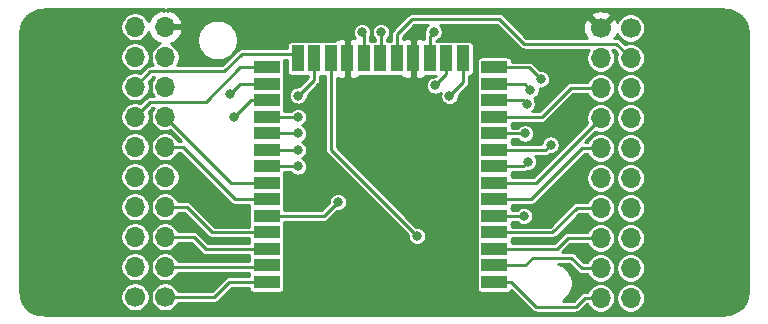
<source format=gtl>
G04 #@! TF.GenerationSoftware,KiCad,Pcbnew,(5.1.10)-1*
G04 #@! TF.CreationDate,2021-10-06T11:05:37+02:00*
G04 #@! TF.ProjectId,ProtoBoard_v2.0,50726f74-6f42-46f6-9172-645f76322e30,rev?*
G04 #@! TF.SameCoordinates,Original*
G04 #@! TF.FileFunction,Copper,L1,Top*
G04 #@! TF.FilePolarity,Positive*
%FSLAX46Y46*%
G04 Gerber Fmt 4.6, Leading zero omitted, Abs format (unit mm)*
G04 Created by KiCad (PCBNEW (5.1.10)-1) date 2021-10-06 11:05:37*
%MOMM*%
%LPD*%
G01*
G04 APERTURE LIST*
G04 #@! TA.AperFunction,ComponentPad*
%ADD10C,1.700000*%
G04 #@! TD*
G04 #@! TA.AperFunction,ComponentPad*
%ADD11O,1.700000X1.700000*%
G04 #@! TD*
G04 #@! TA.AperFunction,SMDPad,CuDef*
%ADD12R,2.200000X1.100000*%
G04 #@! TD*
G04 #@! TA.AperFunction,SMDPad,CuDef*
%ADD13R,1.100000X2.200000*%
G04 #@! TD*
G04 #@! TA.AperFunction,ViaPad*
%ADD14C,0.800000*%
G04 #@! TD*
G04 #@! TA.AperFunction,Conductor*
%ADD15C,0.250000*%
G04 #@! TD*
G04 #@! TA.AperFunction,Conductor*
%ADD16C,0.254000*%
G04 #@! TD*
G04 #@! TA.AperFunction,Conductor*
%ADD17C,0.100000*%
G04 #@! TD*
G04 APERTURE END LIST*
D10*
X144322800Y-89611200D03*
D11*
X144322800Y-92151200D03*
X144322800Y-94691200D03*
X144322800Y-97231200D03*
X144322800Y-99771200D03*
X144322800Y-102311200D03*
X144322800Y-104851200D03*
X144322800Y-107391200D03*
X144322800Y-109931200D03*
X144322800Y-112471200D03*
X141782800Y-112471200D03*
X141782800Y-109931200D03*
X141782800Y-107391200D03*
X141782800Y-104851200D03*
X141782800Y-102311200D03*
X141782800Y-99771200D03*
X141782800Y-97231200D03*
X141782800Y-94691200D03*
X141782800Y-92151200D03*
D10*
X141782800Y-89611200D03*
D11*
X104914700Y-89514680D03*
X104914700Y-92054680D03*
X104914700Y-94594680D03*
X104914700Y-97134680D03*
X104914700Y-99674680D03*
X104914700Y-102214680D03*
X104914700Y-104754680D03*
X104914700Y-107294680D03*
X104914700Y-109834680D03*
D10*
X104914700Y-112374680D03*
X102362000Y-112369600D03*
D11*
X102362000Y-109829600D03*
X102362000Y-107289600D03*
X102362000Y-104749600D03*
X102362000Y-102209600D03*
X102362000Y-99669600D03*
X102362000Y-97129600D03*
X102362000Y-94589600D03*
X102362000Y-92049600D03*
X102362000Y-89509600D03*
D12*
X113504980Y-92956380D03*
X113504980Y-94353380D03*
X113504980Y-95750380D03*
X113504980Y-97147380D03*
X113504980Y-98544380D03*
X113504980Y-101338380D03*
X113504980Y-102735380D03*
X113504980Y-99941380D03*
X113504980Y-104132380D03*
X113504980Y-106926380D03*
X113504980Y-108323380D03*
X113504980Y-105529380D03*
X113504980Y-111117380D03*
X113504980Y-109720380D03*
X132783580Y-92956380D03*
X132783580Y-105529380D03*
X132783580Y-108323380D03*
X132783580Y-106926380D03*
X132783580Y-104132380D03*
X132783580Y-111117380D03*
X132783580Y-109720380D03*
X132783580Y-95750380D03*
X132783580Y-97147380D03*
X132783580Y-99941380D03*
X132783580Y-102735380D03*
X132783580Y-101338380D03*
X132783580Y-98544380D03*
X132783580Y-94353380D03*
D13*
X118940580Y-92194380D03*
X125925580Y-92194380D03*
X121734580Y-92194380D03*
X123131580Y-92194380D03*
X124528580Y-92194380D03*
X128719580Y-92194380D03*
X120337580Y-92194380D03*
X116146580Y-92194380D03*
X117543580Y-92194380D03*
X130116580Y-92194380D03*
X127322580Y-92194380D03*
D14*
X123182380Y-89951560D03*
X127642620Y-89959180D03*
X136712960Y-93957140D03*
X135836660Y-94843600D03*
X135511540Y-96027240D03*
X135371840Y-98544380D03*
X126243080Y-107226100D03*
X135277860Y-105529380D03*
X135646160Y-100934520D03*
X137548620Y-99489260D03*
X110431580Y-95189040D03*
X110761780Y-97175320D03*
X116161820Y-97147380D03*
X116171980Y-98544380D03*
X116138960Y-101338380D03*
X119545100Y-104338120D03*
X116161820Y-99941380D03*
X121589800Y-89974420D03*
X128981200Y-95356680D03*
X127788660Y-94475300D03*
X116189760Y-95338900D03*
D15*
X123182380Y-92143580D02*
X123131580Y-92194380D01*
X123182380Y-89951560D02*
X123182380Y-92143580D01*
X143101060Y-90929460D02*
X144322800Y-92151200D01*
X135293100Y-90929460D02*
X143101060Y-90929460D01*
X133217920Y-88854280D02*
X135293100Y-90929460D01*
X125801120Y-88854280D02*
X133217920Y-88854280D01*
X124528580Y-90126820D02*
X125801120Y-88854280D01*
X124528580Y-92194380D02*
X124528580Y-90126820D01*
X127322580Y-90279220D02*
X127642620Y-89959180D01*
X127322580Y-92194380D02*
X127322580Y-90279220D01*
X132783580Y-92956380D02*
X135712200Y-92956380D01*
X135712200Y-92956380D02*
X136712960Y-93957140D01*
X136712960Y-93957140D02*
X136712960Y-93957140D01*
X132783580Y-94353380D02*
X135346440Y-94353380D01*
X135346440Y-94353380D02*
X135836660Y-94843600D01*
X135836660Y-94843600D02*
X135836660Y-94843600D01*
X132783580Y-95750380D02*
X135234680Y-95750380D01*
X135234680Y-95750380D02*
X135511540Y-96027240D01*
X135511540Y-96027240D02*
X135511540Y-96027240D01*
X132783580Y-98544380D02*
X135371840Y-98544380D01*
X135371840Y-98544380D02*
X135371840Y-98544380D01*
X118940580Y-92194380D02*
X118940580Y-99923600D01*
X118940580Y-99923600D02*
X126243080Y-107226100D01*
X126243080Y-107226100D02*
X126243080Y-107226100D01*
X132783580Y-105529380D02*
X135277860Y-105529380D01*
X135277860Y-105529380D02*
X135277860Y-105529380D01*
X132783580Y-101338380D02*
X135242300Y-101338380D01*
X135242300Y-101338380D02*
X135646160Y-100934520D01*
X135646160Y-100934520D02*
X135646160Y-100934520D01*
X136278620Y-102735380D02*
X141782800Y-97231200D01*
X132783580Y-102735380D02*
X136278620Y-102735380D01*
X132783580Y-104132380D02*
X135874760Y-104132380D01*
X140235940Y-99771200D02*
X141782800Y-99771200D01*
X135874760Y-104132380D02*
X140235940Y-99771200D01*
X132783580Y-99941380D02*
X136715500Y-99941380D01*
X136715500Y-99941380D02*
X136715500Y-99941380D01*
X136715500Y-99941380D02*
X137096500Y-99941380D01*
X137096500Y-99941380D02*
X137548620Y-99489260D01*
X137548620Y-99489260D02*
X137548620Y-99489260D01*
X132783580Y-106926380D02*
X137675620Y-106926380D01*
X139750800Y-104851200D02*
X141782800Y-104851200D01*
X137675620Y-106926380D02*
X139750800Y-104851200D01*
X132783580Y-108323380D02*
X138069320Y-108323380D01*
X139001500Y-107391200D02*
X141782800Y-107391200D01*
X138069320Y-108323380D02*
X139001500Y-107391200D01*
X132783580Y-109720380D02*
X135376920Y-109720380D01*
X135376920Y-109720380D02*
X136034780Y-109062520D01*
X136034780Y-109062520D02*
X139301220Y-109062520D01*
X140169900Y-109931200D02*
X141782800Y-109931200D01*
X139301220Y-109062520D02*
X140169900Y-109931200D01*
X132783580Y-111117380D02*
X134239000Y-111117380D01*
X134239000Y-111117380D02*
X136316720Y-113195100D01*
X136316720Y-113195100D02*
X139700000Y-113195100D01*
X140423900Y-112471200D02*
X141782800Y-112471200D01*
X139700000Y-113195100D02*
X140423900Y-112471200D01*
X116146580Y-92194380D02*
X115757960Y-91805760D01*
X115757960Y-91805760D02*
X111414560Y-91805760D01*
X111414560Y-91805760D02*
X109931200Y-93289120D01*
X103662480Y-93289120D02*
X102362000Y-94589600D01*
X109931200Y-93289120D02*
X103662480Y-93289120D01*
X111267240Y-92956380D02*
X113504980Y-92956380D01*
X108358940Y-95864680D02*
X111267240Y-92956380D01*
X103626920Y-95864680D02*
X108358940Y-95864680D01*
X102362000Y-97129600D02*
X103626920Y-95864680D01*
X113504980Y-94353380D02*
X111267240Y-94353380D01*
X111267240Y-94353380D02*
X110431580Y-95189040D01*
X110431580Y-95189040D02*
X110431580Y-95189040D01*
X113504980Y-95750380D02*
X112186720Y-95750380D01*
X112186720Y-95750380D02*
X110761780Y-97175320D01*
X110761780Y-97175320D02*
X110761780Y-97175320D01*
X113504980Y-97147380D02*
X116161820Y-97147380D01*
X116161820Y-97147380D02*
X116161820Y-97147380D01*
X113504980Y-98544380D02*
X116171980Y-98544380D01*
X116171980Y-98544380D02*
X116171980Y-98544380D01*
X113504980Y-101338380D02*
X116138960Y-101338380D01*
X116138960Y-101338380D02*
X116138960Y-101338380D01*
X113504980Y-104132380D02*
X110850680Y-104132380D01*
X106392980Y-99674680D02*
X104914700Y-99674680D01*
X110850680Y-104132380D02*
X106392980Y-99674680D01*
X113504980Y-106926380D02*
X108917740Y-106926380D01*
X106746040Y-104754680D02*
X104914700Y-104754680D01*
X108917740Y-106926380D02*
X106746040Y-104754680D01*
X113504980Y-108323380D02*
X108356400Y-108323380D01*
X107327700Y-107294680D02*
X104914700Y-107294680D01*
X108356400Y-108323380D02*
X107327700Y-107294680D01*
X113390680Y-109834680D02*
X113504980Y-109720380D01*
X104914700Y-109834680D02*
X113390680Y-109834680D01*
X104914700Y-112374680D02*
X109087920Y-112374680D01*
X110345220Y-111117380D02*
X113504980Y-111117380D01*
X109087920Y-112374680D02*
X110345220Y-111117380D01*
X132783580Y-97147380D02*
X136784080Y-97147380D01*
X139240260Y-94691200D02*
X141782800Y-94691200D01*
X136784080Y-97147380D02*
X139240260Y-94691200D01*
X113504980Y-105529380D02*
X118353840Y-105529380D01*
X118353840Y-105529380D02*
X119545100Y-104338120D01*
X119545100Y-104338120D02*
X119545100Y-104338120D01*
X113504980Y-99941380D02*
X116161820Y-99941380D01*
X116161820Y-99941380D02*
X116161820Y-99941380D01*
X121734580Y-90119200D02*
X121589800Y-89974420D01*
X121734580Y-92194380D02*
X121734580Y-90119200D01*
X130116580Y-92194380D02*
X130116580Y-94221300D01*
X130116580Y-94221300D02*
X128981200Y-95356680D01*
X128981200Y-95356680D02*
X128981200Y-95356680D01*
X128719580Y-93544380D02*
X127788660Y-94475300D01*
X128719580Y-92194380D02*
X128719580Y-93544380D01*
X127788660Y-94475300D02*
X127788660Y-94475300D01*
X110515400Y-102735380D02*
X104914700Y-97134680D01*
X113504980Y-102735380D02*
X110515400Y-102735380D01*
X117543580Y-93985080D02*
X116189760Y-95338900D01*
X117543580Y-92194380D02*
X117543580Y-93985080D01*
D16*
X104787698Y-88193865D02*
X104557809Y-88073199D01*
X104283448Y-88170523D01*
X104033345Y-88319502D01*
X103817112Y-88514411D01*
X103643059Y-88747760D01*
X103517875Y-89010581D01*
X103505129Y-89052602D01*
X103452898Y-88926503D01*
X103318180Y-88724883D01*
X103146717Y-88553420D01*
X102945097Y-88418702D01*
X102721069Y-88325907D01*
X102483243Y-88278600D01*
X102240757Y-88278600D01*
X102002931Y-88325907D01*
X101778903Y-88418702D01*
X101577283Y-88553420D01*
X101405820Y-88724883D01*
X101271102Y-88926503D01*
X101178307Y-89150531D01*
X101131000Y-89388357D01*
X101131000Y-89630843D01*
X101178307Y-89868669D01*
X101271102Y-90092697D01*
X101405820Y-90294317D01*
X101577283Y-90465780D01*
X101778903Y-90600498D01*
X102002931Y-90693293D01*
X102240757Y-90740600D01*
X102483243Y-90740600D01*
X102721069Y-90693293D01*
X102945097Y-90600498D01*
X103146717Y-90465780D01*
X103318180Y-90294317D01*
X103452898Y-90092697D01*
X103503350Y-89970893D01*
X103517875Y-90018779D01*
X103643059Y-90281600D01*
X103817112Y-90514949D01*
X104033345Y-90709858D01*
X104283448Y-90858837D01*
X104445868Y-90916452D01*
X104331603Y-90963782D01*
X104129983Y-91098500D01*
X103958520Y-91269963D01*
X103823802Y-91471583D01*
X103731007Y-91695611D01*
X103683700Y-91933437D01*
X103683700Y-92175923D01*
X103731007Y-92413749D01*
X103823802Y-92637777D01*
X103920917Y-92783120D01*
X103687325Y-92783120D01*
X103662479Y-92780673D01*
X103637633Y-92783120D01*
X103637626Y-92783120D01*
X103573174Y-92789468D01*
X103563286Y-92790442D01*
X103541087Y-92797176D01*
X103467905Y-92819375D01*
X103380001Y-92866361D01*
X103302953Y-92929593D01*
X103287109Y-92948899D01*
X102798167Y-93437842D01*
X102721069Y-93405907D01*
X102483243Y-93358600D01*
X102240757Y-93358600D01*
X102002931Y-93405907D01*
X101778903Y-93498702D01*
X101577283Y-93633420D01*
X101405820Y-93804883D01*
X101271102Y-94006503D01*
X101178307Y-94230531D01*
X101131000Y-94468357D01*
X101131000Y-94710843D01*
X101178307Y-94948669D01*
X101271102Y-95172697D01*
X101405820Y-95374317D01*
X101577283Y-95545780D01*
X101778903Y-95680498D01*
X102002931Y-95773293D01*
X102240757Y-95820600D01*
X102483243Y-95820600D01*
X102721069Y-95773293D01*
X102945097Y-95680498D01*
X103146717Y-95545780D01*
X103318180Y-95374317D01*
X103452898Y-95172697D01*
X103545693Y-94948669D01*
X103593000Y-94710843D01*
X103593000Y-94468357D01*
X103545693Y-94230531D01*
X103513758Y-94153433D01*
X103872072Y-93795120D01*
X103973363Y-93795120D01*
X103958520Y-93809963D01*
X103823802Y-94011583D01*
X103731007Y-94235611D01*
X103683700Y-94473437D01*
X103683700Y-94715923D01*
X103731007Y-94953749D01*
X103823802Y-95177777D01*
X103944677Y-95358680D01*
X103651765Y-95358680D01*
X103626919Y-95356233D01*
X103602073Y-95358680D01*
X103602066Y-95358680D01*
X103527727Y-95366002D01*
X103432345Y-95394935D01*
X103344441Y-95441921D01*
X103267393Y-95505153D01*
X103251549Y-95524459D01*
X102798167Y-95977842D01*
X102721069Y-95945907D01*
X102483243Y-95898600D01*
X102240757Y-95898600D01*
X102002931Y-95945907D01*
X101778903Y-96038702D01*
X101577283Y-96173420D01*
X101405820Y-96344883D01*
X101271102Y-96546503D01*
X101178307Y-96770531D01*
X101131000Y-97008357D01*
X101131000Y-97250843D01*
X101178307Y-97488669D01*
X101271102Y-97712697D01*
X101405820Y-97914317D01*
X101577283Y-98085780D01*
X101778903Y-98220498D01*
X102002931Y-98313293D01*
X102240757Y-98360600D01*
X102483243Y-98360600D01*
X102721069Y-98313293D01*
X102945097Y-98220498D01*
X103146717Y-98085780D01*
X103318180Y-97914317D01*
X103452898Y-97712697D01*
X103545693Y-97488669D01*
X103593000Y-97250843D01*
X103593000Y-97008357D01*
X103545693Y-96770531D01*
X103513758Y-96693433D01*
X103836512Y-96370680D01*
X103944677Y-96370680D01*
X103823802Y-96551583D01*
X103731007Y-96775611D01*
X103683700Y-97013437D01*
X103683700Y-97255923D01*
X103731007Y-97493749D01*
X103823802Y-97717777D01*
X103958520Y-97919397D01*
X104129983Y-98090860D01*
X104331603Y-98225578D01*
X104555631Y-98318373D01*
X104793457Y-98365680D01*
X105035943Y-98365680D01*
X105273769Y-98318373D01*
X105350867Y-98286438D01*
X106233109Y-99168680D01*
X106037532Y-99168680D01*
X106005598Y-99091583D01*
X105870880Y-98889963D01*
X105699417Y-98718500D01*
X105497797Y-98583782D01*
X105273769Y-98490987D01*
X105035943Y-98443680D01*
X104793457Y-98443680D01*
X104555631Y-98490987D01*
X104331603Y-98583782D01*
X104129983Y-98718500D01*
X103958520Y-98889963D01*
X103823802Y-99091583D01*
X103731007Y-99315611D01*
X103683700Y-99553437D01*
X103683700Y-99795923D01*
X103731007Y-100033749D01*
X103823802Y-100257777D01*
X103958520Y-100459397D01*
X104129983Y-100630860D01*
X104331603Y-100765578D01*
X104555631Y-100858373D01*
X104793457Y-100905680D01*
X105035943Y-100905680D01*
X105273769Y-100858373D01*
X105497797Y-100765578D01*
X105699417Y-100630860D01*
X105870880Y-100459397D01*
X106005598Y-100257777D01*
X106037532Y-100180680D01*
X106183389Y-100180680D01*
X110475308Y-104472600D01*
X110491153Y-104491907D01*
X110568201Y-104555139D01*
X110645651Y-104596537D01*
X110656105Y-104602125D01*
X110751487Y-104631058D01*
X110850680Y-104640828D01*
X110875534Y-104638380D01*
X112022137Y-104638380D01*
X112022137Y-104682380D01*
X112029493Y-104757069D01*
X112051279Y-104828888D01*
X112052344Y-104830880D01*
X112051279Y-104832872D01*
X112029493Y-104904691D01*
X112022137Y-104979380D01*
X112022137Y-106079380D01*
X112029493Y-106154069D01*
X112051279Y-106225888D01*
X112052344Y-106227880D01*
X112051279Y-106229872D01*
X112029493Y-106301691D01*
X112022137Y-106376380D01*
X112022137Y-106420380D01*
X109127332Y-106420380D01*
X107121416Y-104414465D01*
X107105567Y-104395153D01*
X107028519Y-104331921D01*
X106940615Y-104284935D01*
X106845233Y-104256002D01*
X106770894Y-104248680D01*
X106770886Y-104248680D01*
X106746040Y-104246233D01*
X106721194Y-104248680D01*
X106037532Y-104248680D01*
X106005598Y-104171583D01*
X105870880Y-103969963D01*
X105699417Y-103798500D01*
X105497797Y-103663782D01*
X105273769Y-103570987D01*
X105035943Y-103523680D01*
X104793457Y-103523680D01*
X104555631Y-103570987D01*
X104331603Y-103663782D01*
X104129983Y-103798500D01*
X103958520Y-103969963D01*
X103823802Y-104171583D01*
X103731007Y-104395611D01*
X103683700Y-104633437D01*
X103683700Y-104875923D01*
X103731007Y-105113749D01*
X103823802Y-105337777D01*
X103958520Y-105539397D01*
X104129983Y-105710860D01*
X104331603Y-105845578D01*
X104555631Y-105938373D01*
X104793457Y-105985680D01*
X105035943Y-105985680D01*
X105273769Y-105938373D01*
X105497797Y-105845578D01*
X105699417Y-105710860D01*
X105870880Y-105539397D01*
X106005598Y-105337777D01*
X106037532Y-105260680D01*
X106536449Y-105260680D01*
X108542368Y-107266600D01*
X108558213Y-107285907D01*
X108635261Y-107349139D01*
X108712711Y-107390537D01*
X108723165Y-107396125D01*
X108818547Y-107425058D01*
X108917740Y-107434828D01*
X108942594Y-107432380D01*
X112022137Y-107432380D01*
X112022137Y-107476380D01*
X112029493Y-107551069D01*
X112051279Y-107622888D01*
X112052344Y-107624880D01*
X112051279Y-107626872D01*
X112029493Y-107698691D01*
X112022137Y-107773380D01*
X112022137Y-107817380D01*
X108565992Y-107817380D01*
X107703076Y-106954465D01*
X107687227Y-106935153D01*
X107610179Y-106871921D01*
X107522275Y-106824935D01*
X107426893Y-106796002D01*
X107352554Y-106788680D01*
X107352546Y-106788680D01*
X107327700Y-106786233D01*
X107302854Y-106788680D01*
X106037532Y-106788680D01*
X106005598Y-106711583D01*
X105870880Y-106509963D01*
X105699417Y-106338500D01*
X105497797Y-106203782D01*
X105273769Y-106110987D01*
X105035943Y-106063680D01*
X104793457Y-106063680D01*
X104555631Y-106110987D01*
X104331603Y-106203782D01*
X104129983Y-106338500D01*
X103958520Y-106509963D01*
X103823802Y-106711583D01*
X103731007Y-106935611D01*
X103683700Y-107173437D01*
X103683700Y-107415923D01*
X103731007Y-107653749D01*
X103823802Y-107877777D01*
X103958520Y-108079397D01*
X104129983Y-108250860D01*
X104331603Y-108385578D01*
X104555631Y-108478373D01*
X104793457Y-108525680D01*
X105035943Y-108525680D01*
X105273769Y-108478373D01*
X105497797Y-108385578D01*
X105699417Y-108250860D01*
X105870880Y-108079397D01*
X106005598Y-107877777D01*
X106037532Y-107800680D01*
X107118109Y-107800680D01*
X107981028Y-108663600D01*
X107996873Y-108682907D01*
X108073921Y-108746139D01*
X108161825Y-108793125D01*
X108235007Y-108815324D01*
X108257206Y-108822058D01*
X108267094Y-108823032D01*
X108331546Y-108829380D01*
X108331553Y-108829380D01*
X108356399Y-108831827D01*
X108381245Y-108829380D01*
X112022137Y-108829380D01*
X112022137Y-108873380D01*
X112029493Y-108948069D01*
X112051279Y-109019888D01*
X112052344Y-109021880D01*
X112051279Y-109023872D01*
X112029493Y-109095691D01*
X112022137Y-109170380D01*
X112022137Y-109328680D01*
X106037532Y-109328680D01*
X106005598Y-109251583D01*
X105870880Y-109049963D01*
X105699417Y-108878500D01*
X105497797Y-108743782D01*
X105273769Y-108650987D01*
X105035943Y-108603680D01*
X104793457Y-108603680D01*
X104555631Y-108650987D01*
X104331603Y-108743782D01*
X104129983Y-108878500D01*
X103958520Y-109049963D01*
X103823802Y-109251583D01*
X103731007Y-109475611D01*
X103683700Y-109713437D01*
X103683700Y-109955923D01*
X103731007Y-110193749D01*
X103823802Y-110417777D01*
X103958520Y-110619397D01*
X104129983Y-110790860D01*
X104331603Y-110925578D01*
X104555631Y-111018373D01*
X104793457Y-111065680D01*
X105035943Y-111065680D01*
X105273769Y-111018373D01*
X105497797Y-110925578D01*
X105699417Y-110790860D01*
X105870880Y-110619397D01*
X106005598Y-110417777D01*
X106037532Y-110340680D01*
X112029061Y-110340680D01*
X112029493Y-110345069D01*
X112051279Y-110416888D01*
X112052344Y-110418880D01*
X112051279Y-110420872D01*
X112029493Y-110492691D01*
X112022137Y-110567380D01*
X112022137Y-110611380D01*
X110370074Y-110611380D01*
X110345220Y-110608932D01*
X110320366Y-110611380D01*
X110246027Y-110618702D01*
X110150645Y-110647635D01*
X110062741Y-110694621D01*
X109985693Y-110757853D01*
X109969848Y-110777160D01*
X108878329Y-111868680D01*
X106037532Y-111868680D01*
X106005598Y-111791583D01*
X105870880Y-111589963D01*
X105699417Y-111418500D01*
X105497797Y-111283782D01*
X105273769Y-111190987D01*
X105035943Y-111143680D01*
X104793457Y-111143680D01*
X104555631Y-111190987D01*
X104331603Y-111283782D01*
X104129983Y-111418500D01*
X103958520Y-111589963D01*
X103823802Y-111791583D01*
X103731007Y-112015611D01*
X103683700Y-112253437D01*
X103683700Y-112495923D01*
X103731007Y-112733749D01*
X103823802Y-112957777D01*
X103958520Y-113159397D01*
X104129983Y-113330860D01*
X104331603Y-113465578D01*
X104555631Y-113558373D01*
X104793457Y-113605680D01*
X105035943Y-113605680D01*
X105273769Y-113558373D01*
X105497797Y-113465578D01*
X105699417Y-113330860D01*
X105870880Y-113159397D01*
X106005598Y-112957777D01*
X106037532Y-112880680D01*
X109063074Y-112880680D01*
X109087920Y-112883127D01*
X109112766Y-112880680D01*
X109112774Y-112880680D01*
X109187113Y-112873358D01*
X109282495Y-112844425D01*
X109370399Y-112797439D01*
X109447447Y-112734207D01*
X109463296Y-112714895D01*
X110554812Y-111623380D01*
X112022137Y-111623380D01*
X112022137Y-111667380D01*
X112029493Y-111742069D01*
X112051279Y-111813888D01*
X112086658Y-111880076D01*
X112134269Y-111938091D01*
X112192284Y-111985702D01*
X112258472Y-112021081D01*
X112330291Y-112042867D01*
X112404980Y-112050223D01*
X114604980Y-112050223D01*
X114679669Y-112042867D01*
X114751488Y-112021081D01*
X114817676Y-111985702D01*
X114875691Y-111938091D01*
X114923302Y-111880076D01*
X114958681Y-111813888D01*
X114980467Y-111742069D01*
X114987823Y-111667380D01*
X114987823Y-110567380D01*
X114980467Y-110492691D01*
X114958681Y-110420872D01*
X114957616Y-110418880D01*
X114958681Y-110416888D01*
X114980467Y-110345069D01*
X114987823Y-110270380D01*
X114987823Y-109170380D01*
X114980467Y-109095691D01*
X114958681Y-109023872D01*
X114957616Y-109021880D01*
X114958681Y-109019888D01*
X114980467Y-108948069D01*
X114987823Y-108873380D01*
X114987823Y-107773380D01*
X114980467Y-107698691D01*
X114958681Y-107626872D01*
X114957616Y-107624880D01*
X114958681Y-107622888D01*
X114980467Y-107551069D01*
X114987823Y-107476380D01*
X114987823Y-106376380D01*
X114980467Y-106301691D01*
X114958681Y-106229872D01*
X114957616Y-106227880D01*
X114958681Y-106225888D01*
X114980467Y-106154069D01*
X114987823Y-106079380D01*
X114987823Y-106035380D01*
X118328994Y-106035380D01*
X118353840Y-106037827D01*
X118378686Y-106035380D01*
X118378694Y-106035380D01*
X118453033Y-106028058D01*
X118548415Y-105999125D01*
X118636319Y-105952139D01*
X118713367Y-105888907D01*
X118729216Y-105869595D01*
X119479692Y-105119120D01*
X119622022Y-105119120D01*
X119772909Y-105089107D01*
X119915042Y-105030233D01*
X120042959Y-104944762D01*
X120151742Y-104835979D01*
X120237213Y-104708062D01*
X120296087Y-104565929D01*
X120326100Y-104415042D01*
X120326100Y-104261198D01*
X120296087Y-104110311D01*
X120237213Y-103968178D01*
X120151742Y-103840261D01*
X120042959Y-103731478D01*
X119915042Y-103646007D01*
X119772909Y-103587133D01*
X119622022Y-103557120D01*
X119468178Y-103557120D01*
X119317291Y-103587133D01*
X119175158Y-103646007D01*
X119047241Y-103731478D01*
X118938458Y-103840261D01*
X118852987Y-103968178D01*
X118794113Y-104110311D01*
X118764100Y-104261198D01*
X118764100Y-104403528D01*
X118144249Y-105023380D01*
X114987823Y-105023380D01*
X114987823Y-104979380D01*
X114980467Y-104904691D01*
X114958681Y-104832872D01*
X114957616Y-104830880D01*
X114958681Y-104828888D01*
X114980467Y-104757069D01*
X114987823Y-104682380D01*
X114987823Y-103582380D01*
X114980467Y-103507691D01*
X114958681Y-103435872D01*
X114957616Y-103433880D01*
X114958681Y-103431888D01*
X114980467Y-103360069D01*
X114987823Y-103285380D01*
X114987823Y-102185380D01*
X114980467Y-102110691D01*
X114958681Y-102038872D01*
X114957616Y-102036880D01*
X114958681Y-102034888D01*
X114980467Y-101963069D01*
X114987823Y-101888380D01*
X114987823Y-101844380D01*
X115540459Y-101844380D01*
X115641101Y-101945022D01*
X115769018Y-102030493D01*
X115911151Y-102089367D01*
X116062038Y-102119380D01*
X116215882Y-102119380D01*
X116366769Y-102089367D01*
X116508902Y-102030493D01*
X116636819Y-101945022D01*
X116745602Y-101836239D01*
X116831073Y-101708322D01*
X116889947Y-101566189D01*
X116919960Y-101415302D01*
X116919960Y-101261458D01*
X116889947Y-101110571D01*
X116831073Y-100968438D01*
X116745602Y-100840521D01*
X116636819Y-100731738D01*
X116508902Y-100646267D01*
X116504913Y-100644615D01*
X116531762Y-100633493D01*
X116659679Y-100548022D01*
X116768462Y-100439239D01*
X116853933Y-100311322D01*
X116912807Y-100169189D01*
X116942820Y-100018302D01*
X116942820Y-99864458D01*
X116912807Y-99713571D01*
X116853933Y-99571438D01*
X116768462Y-99443521D01*
X116659679Y-99334738D01*
X116531762Y-99249267D01*
X116521423Y-99244984D01*
X116541922Y-99236493D01*
X116669839Y-99151022D01*
X116778622Y-99042239D01*
X116864093Y-98914322D01*
X116922967Y-98772189D01*
X116952980Y-98621302D01*
X116952980Y-98467458D01*
X116922967Y-98316571D01*
X116864093Y-98174438D01*
X116778622Y-98046521D01*
X116669839Y-97937738D01*
X116541922Y-97852267D01*
X116521423Y-97843776D01*
X116531762Y-97839493D01*
X116659679Y-97754022D01*
X116768462Y-97645239D01*
X116853933Y-97517322D01*
X116912807Y-97375189D01*
X116942820Y-97224302D01*
X116942820Y-97070458D01*
X116912807Y-96919571D01*
X116853933Y-96777438D01*
X116768462Y-96649521D01*
X116659679Y-96540738D01*
X116531762Y-96455267D01*
X116389629Y-96396393D01*
X116238742Y-96366380D01*
X116084898Y-96366380D01*
X115934011Y-96396393D01*
X115791878Y-96455267D01*
X115663961Y-96540738D01*
X115563319Y-96641380D01*
X114987823Y-96641380D01*
X114987823Y-96597380D01*
X114980467Y-96522691D01*
X114958681Y-96450872D01*
X114957616Y-96448880D01*
X114958681Y-96446888D01*
X114980467Y-96375069D01*
X114987823Y-96300380D01*
X114987823Y-95200380D01*
X114980467Y-95125691D01*
X114958681Y-95053872D01*
X114957616Y-95051880D01*
X114958681Y-95049888D01*
X114980467Y-94978069D01*
X114987823Y-94903380D01*
X114987823Y-93803380D01*
X114980467Y-93728691D01*
X114958681Y-93656872D01*
X114957616Y-93654880D01*
X114958681Y-93652888D01*
X114980467Y-93581069D01*
X114987823Y-93506380D01*
X114987823Y-92406380D01*
X114980467Y-92331691D01*
X114974421Y-92311760D01*
X115213737Y-92311760D01*
X115213737Y-93294380D01*
X115221093Y-93369069D01*
X115242879Y-93440888D01*
X115278258Y-93507076D01*
X115325869Y-93565091D01*
X115383884Y-93612702D01*
X115450072Y-93648081D01*
X115521891Y-93669867D01*
X115596580Y-93677223D01*
X116696580Y-93677223D01*
X116771269Y-93669867D01*
X116843088Y-93648081D01*
X116845080Y-93647016D01*
X116847072Y-93648081D01*
X116918891Y-93669867D01*
X116993580Y-93677223D01*
X117037581Y-93677223D01*
X117037581Y-93775487D01*
X116255169Y-94557900D01*
X116112838Y-94557900D01*
X115961951Y-94587913D01*
X115819818Y-94646787D01*
X115691901Y-94732258D01*
X115583118Y-94841041D01*
X115497647Y-94968958D01*
X115438773Y-95111091D01*
X115408760Y-95261978D01*
X115408760Y-95415822D01*
X115438773Y-95566709D01*
X115497647Y-95708842D01*
X115583118Y-95836759D01*
X115691901Y-95945542D01*
X115819818Y-96031013D01*
X115961951Y-96089887D01*
X116112838Y-96119900D01*
X116266682Y-96119900D01*
X116417569Y-96089887D01*
X116559702Y-96031013D01*
X116687619Y-95945542D01*
X116796402Y-95836759D01*
X116881873Y-95708842D01*
X116940747Y-95566709D01*
X116970760Y-95415822D01*
X116970760Y-95273491D01*
X117883800Y-94360452D01*
X117903107Y-94344607D01*
X117966339Y-94267559D01*
X118013325Y-94179655D01*
X118042258Y-94084273D01*
X118049580Y-94009934D01*
X118052028Y-93985080D01*
X118049580Y-93960226D01*
X118049580Y-93677223D01*
X118093580Y-93677223D01*
X118168269Y-93669867D01*
X118240088Y-93648081D01*
X118242080Y-93647016D01*
X118244072Y-93648081D01*
X118315891Y-93669867D01*
X118390580Y-93677223D01*
X118434580Y-93677223D01*
X118434581Y-99898744D01*
X118432133Y-99923600D01*
X118441902Y-100022792D01*
X118470835Y-100118174D01*
X118484867Y-100144425D01*
X118517822Y-100206079D01*
X118581054Y-100283127D01*
X118600361Y-100298972D01*
X125462080Y-107160692D01*
X125462080Y-107303022D01*
X125492093Y-107453909D01*
X125550967Y-107596042D01*
X125636438Y-107723959D01*
X125745221Y-107832742D01*
X125873138Y-107918213D01*
X126015271Y-107977087D01*
X126166158Y-108007100D01*
X126320002Y-108007100D01*
X126470889Y-107977087D01*
X126613022Y-107918213D01*
X126740939Y-107832742D01*
X126849722Y-107723959D01*
X126935193Y-107596042D01*
X126994067Y-107453909D01*
X127024080Y-107303022D01*
X127024080Y-107149178D01*
X126994067Y-106998291D01*
X126935193Y-106856158D01*
X126849722Y-106728241D01*
X126740939Y-106619458D01*
X126613022Y-106533987D01*
X126470889Y-106475113D01*
X126320002Y-106445100D01*
X126177672Y-106445100D01*
X119446580Y-99714009D01*
X119446580Y-93832130D01*
X119543400Y-93883882D01*
X119663098Y-93920192D01*
X119787580Y-93932452D01*
X120051830Y-93929380D01*
X120210580Y-93770630D01*
X120210580Y-92321380D01*
X120190580Y-92321380D01*
X120190580Y-92067380D01*
X120210580Y-92067380D01*
X120210580Y-90618130D01*
X120464580Y-90618130D01*
X120464580Y-92067380D01*
X120484580Y-92067380D01*
X120484580Y-92321380D01*
X120464580Y-92321380D01*
X120464580Y-93770630D01*
X120623330Y-93929380D01*
X120887580Y-93932452D01*
X121012062Y-93920192D01*
X121131760Y-93883882D01*
X121242074Y-93824917D01*
X121338765Y-93745565D01*
X121394852Y-93677223D01*
X122284580Y-93677223D01*
X122359269Y-93669867D01*
X122431088Y-93648081D01*
X122433080Y-93647016D01*
X122435072Y-93648081D01*
X122506891Y-93669867D01*
X122581580Y-93677223D01*
X123681580Y-93677223D01*
X123756269Y-93669867D01*
X123828088Y-93648081D01*
X123830080Y-93647016D01*
X123832072Y-93648081D01*
X123903891Y-93669867D01*
X123978580Y-93677223D01*
X124868308Y-93677223D01*
X124924395Y-93745565D01*
X125021086Y-93824917D01*
X125131400Y-93883882D01*
X125251098Y-93920192D01*
X125375580Y-93932452D01*
X125639830Y-93929380D01*
X125798580Y-93770630D01*
X125798580Y-92321380D01*
X125778580Y-92321380D01*
X125778580Y-92067380D01*
X125798580Y-92067380D01*
X125798580Y-90618130D01*
X125639830Y-90459380D01*
X125375580Y-90456308D01*
X125251098Y-90468568D01*
X125131400Y-90504878D01*
X125034580Y-90556630D01*
X125034580Y-90336411D01*
X126010712Y-89360280D01*
X127137019Y-89360280D01*
X127035978Y-89461321D01*
X126950507Y-89589238D01*
X126891633Y-89731371D01*
X126861620Y-89882258D01*
X126861620Y-90036102D01*
X126866275Y-90059503D01*
X126852835Y-90084646D01*
X126823902Y-90180028D01*
X126814133Y-90279220D01*
X126816581Y-90304076D01*
X126816581Y-90556631D01*
X126719760Y-90504878D01*
X126600062Y-90468568D01*
X126475580Y-90456308D01*
X126211330Y-90459380D01*
X126052580Y-90618130D01*
X126052580Y-92067380D01*
X126072580Y-92067380D01*
X126072580Y-92321380D01*
X126052580Y-92321380D01*
X126052580Y-93770630D01*
X126211330Y-93929380D01*
X126475580Y-93932452D01*
X126600062Y-93920192D01*
X126719760Y-93883882D01*
X126830074Y-93824917D01*
X126926765Y-93745565D01*
X126982852Y-93677223D01*
X127871146Y-93677223D01*
X127854069Y-93694300D01*
X127711738Y-93694300D01*
X127560851Y-93724313D01*
X127418718Y-93783187D01*
X127290801Y-93868658D01*
X127182018Y-93977441D01*
X127096547Y-94105358D01*
X127037673Y-94247491D01*
X127007660Y-94398378D01*
X127007660Y-94552222D01*
X127037673Y-94703109D01*
X127096547Y-94845242D01*
X127182018Y-94973159D01*
X127290801Y-95081942D01*
X127418718Y-95167413D01*
X127560851Y-95226287D01*
X127711738Y-95256300D01*
X127865582Y-95256300D01*
X128016469Y-95226287D01*
X128158602Y-95167413D01*
X128235543Y-95116003D01*
X128230213Y-95128871D01*
X128200200Y-95279758D01*
X128200200Y-95433602D01*
X128230213Y-95584489D01*
X128289087Y-95726622D01*
X128374558Y-95854539D01*
X128483341Y-95963322D01*
X128611258Y-96048793D01*
X128753391Y-96107667D01*
X128904278Y-96137680D01*
X129058122Y-96137680D01*
X129209009Y-96107667D01*
X129351142Y-96048793D01*
X129479059Y-95963322D01*
X129587842Y-95854539D01*
X129673313Y-95726622D01*
X129732187Y-95584489D01*
X129762200Y-95433602D01*
X129762200Y-95291271D01*
X130456800Y-94596672D01*
X130476107Y-94580827D01*
X130539339Y-94503779D01*
X130586325Y-94415875D01*
X130615258Y-94320493D01*
X130622580Y-94246154D01*
X130625028Y-94221300D01*
X130622580Y-94196446D01*
X130622580Y-93677223D01*
X130666580Y-93677223D01*
X130741269Y-93669867D01*
X130813088Y-93648081D01*
X130879276Y-93612702D01*
X130937291Y-93565091D01*
X130984902Y-93507076D01*
X131020281Y-93440888D01*
X131042067Y-93369069D01*
X131049423Y-93294380D01*
X131049423Y-92406380D01*
X131300737Y-92406380D01*
X131300737Y-93506380D01*
X131308093Y-93581069D01*
X131329879Y-93652888D01*
X131330944Y-93654880D01*
X131329879Y-93656872D01*
X131308093Y-93728691D01*
X131300737Y-93803380D01*
X131300737Y-94903380D01*
X131308093Y-94978069D01*
X131329879Y-95049888D01*
X131330944Y-95051880D01*
X131329879Y-95053872D01*
X131308093Y-95125691D01*
X131300737Y-95200380D01*
X131300737Y-96300380D01*
X131308093Y-96375069D01*
X131329879Y-96446888D01*
X131330944Y-96448880D01*
X131329879Y-96450872D01*
X131308093Y-96522691D01*
X131300737Y-96597380D01*
X131300737Y-97697380D01*
X131308093Y-97772069D01*
X131329879Y-97843888D01*
X131330944Y-97845880D01*
X131329879Y-97847872D01*
X131308093Y-97919691D01*
X131300737Y-97994380D01*
X131300737Y-99094380D01*
X131308093Y-99169069D01*
X131329879Y-99240888D01*
X131330944Y-99242880D01*
X131329879Y-99244872D01*
X131308093Y-99316691D01*
X131300737Y-99391380D01*
X131300737Y-100491380D01*
X131308093Y-100566069D01*
X131329879Y-100637888D01*
X131330944Y-100639880D01*
X131329879Y-100641872D01*
X131308093Y-100713691D01*
X131300737Y-100788380D01*
X131300737Y-101888380D01*
X131308093Y-101963069D01*
X131329879Y-102034888D01*
X131330944Y-102036880D01*
X131329879Y-102038872D01*
X131308093Y-102110691D01*
X131300737Y-102185380D01*
X131300737Y-103285380D01*
X131308093Y-103360069D01*
X131329879Y-103431888D01*
X131330944Y-103433880D01*
X131329879Y-103435872D01*
X131308093Y-103507691D01*
X131300737Y-103582380D01*
X131300737Y-104682380D01*
X131308093Y-104757069D01*
X131329879Y-104828888D01*
X131330944Y-104830880D01*
X131329879Y-104832872D01*
X131308093Y-104904691D01*
X131300737Y-104979380D01*
X131300737Y-106079380D01*
X131308093Y-106154069D01*
X131329879Y-106225888D01*
X131330944Y-106227880D01*
X131329879Y-106229872D01*
X131308093Y-106301691D01*
X131300737Y-106376380D01*
X131300737Y-107476380D01*
X131308093Y-107551069D01*
X131329879Y-107622888D01*
X131330944Y-107624880D01*
X131329879Y-107626872D01*
X131308093Y-107698691D01*
X131300737Y-107773380D01*
X131300737Y-108873380D01*
X131308093Y-108948069D01*
X131329879Y-109019888D01*
X131330944Y-109021880D01*
X131329879Y-109023872D01*
X131308093Y-109095691D01*
X131300737Y-109170380D01*
X131300737Y-110270380D01*
X131308093Y-110345069D01*
X131329879Y-110416888D01*
X131330944Y-110418880D01*
X131329879Y-110420872D01*
X131308093Y-110492691D01*
X131300737Y-110567380D01*
X131300737Y-111667380D01*
X131308093Y-111742069D01*
X131329879Y-111813888D01*
X131365258Y-111880076D01*
X131412869Y-111938091D01*
X131470884Y-111985702D01*
X131537072Y-112021081D01*
X131608891Y-112042867D01*
X131683580Y-112050223D01*
X133883580Y-112050223D01*
X133958269Y-112042867D01*
X134030088Y-112021081D01*
X134096276Y-111985702D01*
X134154291Y-111938091D01*
X134201902Y-111880076D01*
X134231233Y-111825204D01*
X135941348Y-113535320D01*
X135957193Y-113554627D01*
X136034241Y-113617859D01*
X136122145Y-113664845D01*
X136217527Y-113693778D01*
X136316720Y-113703548D01*
X136341574Y-113701100D01*
X139675154Y-113701100D01*
X139700000Y-113703547D01*
X139724846Y-113701100D01*
X139724854Y-113701100D01*
X139799193Y-113693778D01*
X139894575Y-113664845D01*
X139982479Y-113617859D01*
X140059527Y-113554627D01*
X140075376Y-113535315D01*
X140633492Y-112977200D01*
X140659968Y-112977200D01*
X140691902Y-113054297D01*
X140826620Y-113255917D01*
X140998083Y-113427380D01*
X141199703Y-113562098D01*
X141423731Y-113654893D01*
X141661557Y-113702200D01*
X141904043Y-113702200D01*
X142141869Y-113654893D01*
X142365897Y-113562098D01*
X142567517Y-113427380D01*
X142738980Y-113255917D01*
X142873698Y-113054297D01*
X142966493Y-112830269D01*
X143013800Y-112592443D01*
X143013800Y-112349957D01*
X143091800Y-112349957D01*
X143091800Y-112592443D01*
X143139107Y-112830269D01*
X143231902Y-113054297D01*
X143366620Y-113255917D01*
X143538083Y-113427380D01*
X143739703Y-113562098D01*
X143963731Y-113654893D01*
X144201557Y-113702200D01*
X144444043Y-113702200D01*
X144681869Y-113654893D01*
X144905897Y-113562098D01*
X145107517Y-113427380D01*
X145278980Y-113255917D01*
X145413698Y-113054297D01*
X145506493Y-112830269D01*
X145553800Y-112592443D01*
X145553800Y-112349957D01*
X145506493Y-112112131D01*
X145413698Y-111888103D01*
X145278980Y-111686483D01*
X145107517Y-111515020D01*
X144905897Y-111380302D01*
X144681869Y-111287507D01*
X144444043Y-111240200D01*
X144201557Y-111240200D01*
X143963731Y-111287507D01*
X143739703Y-111380302D01*
X143538083Y-111515020D01*
X143366620Y-111686483D01*
X143231902Y-111888103D01*
X143139107Y-112112131D01*
X143091800Y-112349957D01*
X143013800Y-112349957D01*
X142966493Y-112112131D01*
X142873698Y-111888103D01*
X142738980Y-111686483D01*
X142567517Y-111515020D01*
X142365897Y-111380302D01*
X142141869Y-111287507D01*
X141904043Y-111240200D01*
X141661557Y-111240200D01*
X141423731Y-111287507D01*
X141199703Y-111380302D01*
X140998083Y-111515020D01*
X140826620Y-111686483D01*
X140691902Y-111888103D01*
X140659968Y-111965200D01*
X140448745Y-111965200D01*
X140423899Y-111962753D01*
X140399053Y-111965200D01*
X140399046Y-111965200D01*
X140334594Y-111971548D01*
X140324706Y-111972522D01*
X140281257Y-111985702D01*
X140229325Y-112001455D01*
X140141421Y-112048441D01*
X140064373Y-112111673D01*
X140048528Y-112130980D01*
X139490409Y-112689100D01*
X138620333Y-112689100D01*
X138796848Y-112571156D01*
X139037956Y-112330048D01*
X139227393Y-112046536D01*
X139357879Y-111731514D01*
X139424400Y-111397089D01*
X139424400Y-111056111D01*
X139357879Y-110721686D01*
X139227393Y-110406664D01*
X139037956Y-110123152D01*
X138796848Y-109882044D01*
X138513336Y-109692607D01*
X138213763Y-109568520D01*
X139091629Y-109568520D01*
X139794528Y-110271420D01*
X139810373Y-110290727D01*
X139887421Y-110353959D01*
X139975325Y-110400945D01*
X140070707Y-110429878D01*
X140145046Y-110437200D01*
X140145053Y-110437200D01*
X140169899Y-110439647D01*
X140194745Y-110437200D01*
X140659968Y-110437200D01*
X140691902Y-110514297D01*
X140826620Y-110715917D01*
X140998083Y-110887380D01*
X141199703Y-111022098D01*
X141423731Y-111114893D01*
X141661557Y-111162200D01*
X141904043Y-111162200D01*
X142141869Y-111114893D01*
X142365897Y-111022098D01*
X142567517Y-110887380D01*
X142738980Y-110715917D01*
X142873698Y-110514297D01*
X142966493Y-110290269D01*
X143013800Y-110052443D01*
X143013800Y-109809957D01*
X143091800Y-109809957D01*
X143091800Y-110052443D01*
X143139107Y-110290269D01*
X143231902Y-110514297D01*
X143366620Y-110715917D01*
X143538083Y-110887380D01*
X143739703Y-111022098D01*
X143963731Y-111114893D01*
X144201557Y-111162200D01*
X144444043Y-111162200D01*
X144681869Y-111114893D01*
X144905897Y-111022098D01*
X145107517Y-110887380D01*
X145278980Y-110715917D01*
X145413698Y-110514297D01*
X145506493Y-110290269D01*
X145553800Y-110052443D01*
X145553800Y-109809957D01*
X145506493Y-109572131D01*
X145413698Y-109348103D01*
X145278980Y-109146483D01*
X145107517Y-108975020D01*
X144905897Y-108840302D01*
X144681869Y-108747507D01*
X144444043Y-108700200D01*
X144201557Y-108700200D01*
X143963731Y-108747507D01*
X143739703Y-108840302D01*
X143538083Y-108975020D01*
X143366620Y-109146483D01*
X143231902Y-109348103D01*
X143139107Y-109572131D01*
X143091800Y-109809957D01*
X143013800Y-109809957D01*
X142966493Y-109572131D01*
X142873698Y-109348103D01*
X142738980Y-109146483D01*
X142567517Y-108975020D01*
X142365897Y-108840302D01*
X142141869Y-108747507D01*
X141904043Y-108700200D01*
X141661557Y-108700200D01*
X141423731Y-108747507D01*
X141199703Y-108840302D01*
X140998083Y-108975020D01*
X140826620Y-109146483D01*
X140691902Y-109348103D01*
X140659968Y-109425200D01*
X140379492Y-109425200D01*
X139676596Y-108722305D01*
X139660747Y-108702993D01*
X139583699Y-108639761D01*
X139495795Y-108592775D01*
X139400413Y-108563842D01*
X139326074Y-108556520D01*
X139326066Y-108556520D01*
X139301220Y-108554073D01*
X139276374Y-108556520D01*
X138551771Y-108556520D01*
X139211092Y-107897200D01*
X140659968Y-107897200D01*
X140691902Y-107974297D01*
X140826620Y-108175917D01*
X140998083Y-108347380D01*
X141199703Y-108482098D01*
X141423731Y-108574893D01*
X141661557Y-108622200D01*
X141904043Y-108622200D01*
X142141869Y-108574893D01*
X142365897Y-108482098D01*
X142567517Y-108347380D01*
X142738980Y-108175917D01*
X142873698Y-107974297D01*
X142966493Y-107750269D01*
X143013800Y-107512443D01*
X143013800Y-107269957D01*
X143091800Y-107269957D01*
X143091800Y-107512443D01*
X143139107Y-107750269D01*
X143231902Y-107974297D01*
X143366620Y-108175917D01*
X143538083Y-108347380D01*
X143739703Y-108482098D01*
X143963731Y-108574893D01*
X144201557Y-108622200D01*
X144444043Y-108622200D01*
X144681869Y-108574893D01*
X144905897Y-108482098D01*
X145107517Y-108347380D01*
X145278980Y-108175917D01*
X145413698Y-107974297D01*
X145506493Y-107750269D01*
X145553800Y-107512443D01*
X145553800Y-107269957D01*
X145506493Y-107032131D01*
X145413698Y-106808103D01*
X145278980Y-106606483D01*
X145107517Y-106435020D01*
X144905897Y-106300302D01*
X144681869Y-106207507D01*
X144444043Y-106160200D01*
X144201557Y-106160200D01*
X143963731Y-106207507D01*
X143739703Y-106300302D01*
X143538083Y-106435020D01*
X143366620Y-106606483D01*
X143231902Y-106808103D01*
X143139107Y-107032131D01*
X143091800Y-107269957D01*
X143013800Y-107269957D01*
X142966493Y-107032131D01*
X142873698Y-106808103D01*
X142738980Y-106606483D01*
X142567517Y-106435020D01*
X142365897Y-106300302D01*
X142141869Y-106207507D01*
X141904043Y-106160200D01*
X141661557Y-106160200D01*
X141423731Y-106207507D01*
X141199703Y-106300302D01*
X140998083Y-106435020D01*
X140826620Y-106606483D01*
X140691902Y-106808103D01*
X140659968Y-106885200D01*
X139026354Y-106885200D01*
X139001500Y-106882752D01*
X138976646Y-106885200D01*
X138902307Y-106892522D01*
X138806925Y-106921455D01*
X138719021Y-106968441D01*
X138641973Y-107031673D01*
X138626128Y-107050980D01*
X137859729Y-107817380D01*
X134266423Y-107817380D01*
X134266423Y-107773380D01*
X134259067Y-107698691D01*
X134237281Y-107626872D01*
X134236216Y-107624880D01*
X134237281Y-107622888D01*
X134259067Y-107551069D01*
X134266423Y-107476380D01*
X134266423Y-107432380D01*
X137650774Y-107432380D01*
X137675620Y-107434827D01*
X137700466Y-107432380D01*
X137700474Y-107432380D01*
X137774813Y-107425058D01*
X137870195Y-107396125D01*
X137958099Y-107349139D01*
X138035147Y-107285907D01*
X138050996Y-107266595D01*
X139960392Y-105357200D01*
X140659968Y-105357200D01*
X140691902Y-105434297D01*
X140826620Y-105635917D01*
X140998083Y-105807380D01*
X141199703Y-105942098D01*
X141423731Y-106034893D01*
X141661557Y-106082200D01*
X141904043Y-106082200D01*
X142141869Y-106034893D01*
X142365897Y-105942098D01*
X142567517Y-105807380D01*
X142738980Y-105635917D01*
X142873698Y-105434297D01*
X142966493Y-105210269D01*
X143013800Y-104972443D01*
X143013800Y-104729957D01*
X143091800Y-104729957D01*
X143091800Y-104972443D01*
X143139107Y-105210269D01*
X143231902Y-105434297D01*
X143366620Y-105635917D01*
X143538083Y-105807380D01*
X143739703Y-105942098D01*
X143963731Y-106034893D01*
X144201557Y-106082200D01*
X144444043Y-106082200D01*
X144681869Y-106034893D01*
X144905897Y-105942098D01*
X145107517Y-105807380D01*
X145278980Y-105635917D01*
X145413698Y-105434297D01*
X145506493Y-105210269D01*
X145553800Y-104972443D01*
X145553800Y-104729957D01*
X145506493Y-104492131D01*
X145413698Y-104268103D01*
X145278980Y-104066483D01*
X145107517Y-103895020D01*
X144905897Y-103760302D01*
X144681869Y-103667507D01*
X144444043Y-103620200D01*
X144201557Y-103620200D01*
X143963731Y-103667507D01*
X143739703Y-103760302D01*
X143538083Y-103895020D01*
X143366620Y-104066483D01*
X143231902Y-104268103D01*
X143139107Y-104492131D01*
X143091800Y-104729957D01*
X143013800Y-104729957D01*
X142966493Y-104492131D01*
X142873698Y-104268103D01*
X142738980Y-104066483D01*
X142567517Y-103895020D01*
X142365897Y-103760302D01*
X142141869Y-103667507D01*
X141904043Y-103620200D01*
X141661557Y-103620200D01*
X141423731Y-103667507D01*
X141199703Y-103760302D01*
X140998083Y-103895020D01*
X140826620Y-104066483D01*
X140691902Y-104268103D01*
X140659968Y-104345200D01*
X139775654Y-104345200D01*
X139750800Y-104342752D01*
X139725946Y-104345200D01*
X139651607Y-104352522D01*
X139556225Y-104381455D01*
X139468321Y-104428441D01*
X139391273Y-104491673D01*
X139375428Y-104510980D01*
X137466029Y-106420380D01*
X134266423Y-106420380D01*
X134266423Y-106376380D01*
X134259067Y-106301691D01*
X134237281Y-106229872D01*
X134236216Y-106227880D01*
X134237281Y-106225888D01*
X134259067Y-106154069D01*
X134266423Y-106079380D01*
X134266423Y-106035380D01*
X134679359Y-106035380D01*
X134780001Y-106136022D01*
X134907918Y-106221493D01*
X135050051Y-106280367D01*
X135200938Y-106310380D01*
X135354782Y-106310380D01*
X135505669Y-106280367D01*
X135647802Y-106221493D01*
X135775719Y-106136022D01*
X135884502Y-106027239D01*
X135969973Y-105899322D01*
X136028847Y-105757189D01*
X136058860Y-105606302D01*
X136058860Y-105452458D01*
X136028847Y-105301571D01*
X135969973Y-105159438D01*
X135884502Y-105031521D01*
X135775719Y-104922738D01*
X135647802Y-104837267D01*
X135505669Y-104778393D01*
X135354782Y-104748380D01*
X135200938Y-104748380D01*
X135050051Y-104778393D01*
X134907918Y-104837267D01*
X134780001Y-104922738D01*
X134679359Y-105023380D01*
X134266423Y-105023380D01*
X134266423Y-104979380D01*
X134259067Y-104904691D01*
X134237281Y-104832872D01*
X134236216Y-104830880D01*
X134237281Y-104828888D01*
X134259067Y-104757069D01*
X134266423Y-104682380D01*
X134266423Y-104638380D01*
X135849914Y-104638380D01*
X135874760Y-104640827D01*
X135899606Y-104638380D01*
X135899614Y-104638380D01*
X135973953Y-104631058D01*
X136069335Y-104602125D01*
X136157239Y-104555139D01*
X136234287Y-104491907D01*
X136250136Y-104472595D01*
X138532774Y-102189957D01*
X140551800Y-102189957D01*
X140551800Y-102432443D01*
X140599107Y-102670269D01*
X140691902Y-102894297D01*
X140826620Y-103095917D01*
X140998083Y-103267380D01*
X141199703Y-103402098D01*
X141423731Y-103494893D01*
X141661557Y-103542200D01*
X141904043Y-103542200D01*
X142141869Y-103494893D01*
X142365897Y-103402098D01*
X142567517Y-103267380D01*
X142738980Y-103095917D01*
X142873698Y-102894297D01*
X142966493Y-102670269D01*
X143013800Y-102432443D01*
X143013800Y-102189957D01*
X143091800Y-102189957D01*
X143091800Y-102432443D01*
X143139107Y-102670269D01*
X143231902Y-102894297D01*
X143366620Y-103095917D01*
X143538083Y-103267380D01*
X143739703Y-103402098D01*
X143963731Y-103494893D01*
X144201557Y-103542200D01*
X144444043Y-103542200D01*
X144681869Y-103494893D01*
X144905897Y-103402098D01*
X145107517Y-103267380D01*
X145278980Y-103095917D01*
X145413698Y-102894297D01*
X145506493Y-102670269D01*
X145553800Y-102432443D01*
X145553800Y-102189957D01*
X145506493Y-101952131D01*
X145413698Y-101728103D01*
X145278980Y-101526483D01*
X145107517Y-101355020D01*
X144905897Y-101220302D01*
X144681869Y-101127507D01*
X144444043Y-101080200D01*
X144201557Y-101080200D01*
X143963731Y-101127507D01*
X143739703Y-101220302D01*
X143538083Y-101355020D01*
X143366620Y-101526483D01*
X143231902Y-101728103D01*
X143139107Y-101952131D01*
X143091800Y-102189957D01*
X143013800Y-102189957D01*
X142966493Y-101952131D01*
X142873698Y-101728103D01*
X142738980Y-101526483D01*
X142567517Y-101355020D01*
X142365897Y-101220302D01*
X142141869Y-101127507D01*
X141904043Y-101080200D01*
X141661557Y-101080200D01*
X141423731Y-101127507D01*
X141199703Y-101220302D01*
X140998083Y-101355020D01*
X140826620Y-101526483D01*
X140691902Y-101728103D01*
X140599107Y-101952131D01*
X140551800Y-102189957D01*
X138532774Y-102189957D01*
X140445532Y-100277200D01*
X140659968Y-100277200D01*
X140691902Y-100354297D01*
X140826620Y-100555917D01*
X140998083Y-100727380D01*
X141199703Y-100862098D01*
X141423731Y-100954893D01*
X141661557Y-101002200D01*
X141904043Y-101002200D01*
X142141869Y-100954893D01*
X142365897Y-100862098D01*
X142567517Y-100727380D01*
X142738980Y-100555917D01*
X142873698Y-100354297D01*
X142966493Y-100130269D01*
X143013800Y-99892443D01*
X143013800Y-99649957D01*
X143091800Y-99649957D01*
X143091800Y-99892443D01*
X143139107Y-100130269D01*
X143231902Y-100354297D01*
X143366620Y-100555917D01*
X143538083Y-100727380D01*
X143739703Y-100862098D01*
X143963731Y-100954893D01*
X144201557Y-101002200D01*
X144444043Y-101002200D01*
X144681869Y-100954893D01*
X144905897Y-100862098D01*
X145107517Y-100727380D01*
X145278980Y-100555917D01*
X145413698Y-100354297D01*
X145506493Y-100130269D01*
X145553800Y-99892443D01*
X145553800Y-99649957D01*
X145506493Y-99412131D01*
X145413698Y-99188103D01*
X145278980Y-98986483D01*
X145107517Y-98815020D01*
X144905897Y-98680302D01*
X144681869Y-98587507D01*
X144444043Y-98540200D01*
X144201557Y-98540200D01*
X143963731Y-98587507D01*
X143739703Y-98680302D01*
X143538083Y-98815020D01*
X143366620Y-98986483D01*
X143231902Y-99188103D01*
X143139107Y-99412131D01*
X143091800Y-99649957D01*
X143013800Y-99649957D01*
X142966493Y-99412131D01*
X142873698Y-99188103D01*
X142738980Y-98986483D01*
X142567517Y-98815020D01*
X142365897Y-98680302D01*
X142141869Y-98587507D01*
X141904043Y-98540200D01*
X141661557Y-98540200D01*
X141423731Y-98587507D01*
X141199703Y-98680302D01*
X140998083Y-98815020D01*
X140826620Y-98986483D01*
X140691902Y-99188103D01*
X140659968Y-99265200D01*
X140464392Y-99265200D01*
X141346634Y-98382958D01*
X141423731Y-98414893D01*
X141661557Y-98462200D01*
X141904043Y-98462200D01*
X142141869Y-98414893D01*
X142365897Y-98322098D01*
X142567517Y-98187380D01*
X142738980Y-98015917D01*
X142873698Y-97814297D01*
X142966493Y-97590269D01*
X143013800Y-97352443D01*
X143013800Y-97109957D01*
X143091800Y-97109957D01*
X143091800Y-97352443D01*
X143139107Y-97590269D01*
X143231902Y-97814297D01*
X143366620Y-98015917D01*
X143538083Y-98187380D01*
X143739703Y-98322098D01*
X143963731Y-98414893D01*
X144201557Y-98462200D01*
X144444043Y-98462200D01*
X144681869Y-98414893D01*
X144905897Y-98322098D01*
X145107517Y-98187380D01*
X145278980Y-98015917D01*
X145413698Y-97814297D01*
X145506493Y-97590269D01*
X145553800Y-97352443D01*
X145553800Y-97109957D01*
X145506493Y-96872131D01*
X145413698Y-96648103D01*
X145278980Y-96446483D01*
X145107517Y-96275020D01*
X144905897Y-96140302D01*
X144681869Y-96047507D01*
X144444043Y-96000200D01*
X144201557Y-96000200D01*
X143963731Y-96047507D01*
X143739703Y-96140302D01*
X143538083Y-96275020D01*
X143366620Y-96446483D01*
X143231902Y-96648103D01*
X143139107Y-96872131D01*
X143091800Y-97109957D01*
X143013800Y-97109957D01*
X142966493Y-96872131D01*
X142873698Y-96648103D01*
X142738980Y-96446483D01*
X142567517Y-96275020D01*
X142365897Y-96140302D01*
X142141869Y-96047507D01*
X141904043Y-96000200D01*
X141661557Y-96000200D01*
X141423731Y-96047507D01*
X141199703Y-96140302D01*
X140998083Y-96275020D01*
X140826620Y-96446483D01*
X140691902Y-96648103D01*
X140599107Y-96872131D01*
X140551800Y-97109957D01*
X140551800Y-97352443D01*
X140599107Y-97590269D01*
X140631042Y-97667366D01*
X136069029Y-102229380D01*
X134266423Y-102229380D01*
X134266423Y-102185380D01*
X134259067Y-102110691D01*
X134237281Y-102038872D01*
X134236216Y-102036880D01*
X134237281Y-102034888D01*
X134259067Y-101963069D01*
X134266423Y-101888380D01*
X134266423Y-101844380D01*
X135217454Y-101844380D01*
X135242300Y-101846827D01*
X135267146Y-101844380D01*
X135267154Y-101844380D01*
X135341493Y-101837058D01*
X135436875Y-101808125D01*
X135524779Y-101761139D01*
X135580366Y-101715520D01*
X135723082Y-101715520D01*
X135873969Y-101685507D01*
X136016102Y-101626633D01*
X136144019Y-101541162D01*
X136252802Y-101432379D01*
X136338273Y-101304462D01*
X136397147Y-101162329D01*
X136427160Y-101011442D01*
X136427160Y-100857598D01*
X136397147Y-100706711D01*
X136338273Y-100564578D01*
X136259964Y-100447380D01*
X137071654Y-100447380D01*
X137096500Y-100449827D01*
X137121346Y-100447380D01*
X137121354Y-100447380D01*
X137195693Y-100440058D01*
X137291075Y-100411125D01*
X137378979Y-100364139D01*
X137456027Y-100300907D01*
X137471876Y-100281595D01*
X137483211Y-100270260D01*
X137625542Y-100270260D01*
X137776429Y-100240247D01*
X137918562Y-100181373D01*
X138046479Y-100095902D01*
X138155262Y-99987119D01*
X138240733Y-99859202D01*
X138299607Y-99717069D01*
X138329620Y-99566182D01*
X138329620Y-99412338D01*
X138299607Y-99261451D01*
X138240733Y-99119318D01*
X138155262Y-98991401D01*
X138046479Y-98882618D01*
X137918562Y-98797147D01*
X137776429Y-98738273D01*
X137625542Y-98708260D01*
X137471698Y-98708260D01*
X137320811Y-98738273D01*
X137178678Y-98797147D01*
X137050761Y-98882618D01*
X136941978Y-98991401D01*
X136856507Y-99119318D01*
X136797633Y-99261451D01*
X136767620Y-99412338D01*
X136767620Y-99435380D01*
X134266423Y-99435380D01*
X134266423Y-99391380D01*
X134259067Y-99316691D01*
X134237281Y-99244872D01*
X134236216Y-99242880D01*
X134237281Y-99240888D01*
X134259067Y-99169069D01*
X134266423Y-99094380D01*
X134266423Y-99050380D01*
X134773339Y-99050380D01*
X134873981Y-99151022D01*
X135001898Y-99236493D01*
X135144031Y-99295367D01*
X135294918Y-99325380D01*
X135448762Y-99325380D01*
X135599649Y-99295367D01*
X135741782Y-99236493D01*
X135869699Y-99151022D01*
X135978482Y-99042239D01*
X136063953Y-98914322D01*
X136122827Y-98772189D01*
X136152840Y-98621302D01*
X136152840Y-98467458D01*
X136122827Y-98316571D01*
X136063953Y-98174438D01*
X135978482Y-98046521D01*
X135869699Y-97937738D01*
X135741782Y-97852267D01*
X135599649Y-97793393D01*
X135448762Y-97763380D01*
X135294918Y-97763380D01*
X135144031Y-97793393D01*
X135001898Y-97852267D01*
X134873981Y-97937738D01*
X134773339Y-98038380D01*
X134266423Y-98038380D01*
X134266423Y-97994380D01*
X134259067Y-97919691D01*
X134237281Y-97847872D01*
X134236216Y-97845880D01*
X134237281Y-97843888D01*
X134259067Y-97772069D01*
X134266423Y-97697380D01*
X134266423Y-97653380D01*
X136759234Y-97653380D01*
X136784080Y-97655827D01*
X136808926Y-97653380D01*
X136808934Y-97653380D01*
X136883273Y-97646058D01*
X136978655Y-97617125D01*
X137066559Y-97570139D01*
X137143607Y-97506907D01*
X137159456Y-97487595D01*
X139449852Y-95197200D01*
X140659968Y-95197200D01*
X140691902Y-95274297D01*
X140826620Y-95475917D01*
X140998083Y-95647380D01*
X141199703Y-95782098D01*
X141423731Y-95874893D01*
X141661557Y-95922200D01*
X141904043Y-95922200D01*
X142141869Y-95874893D01*
X142365897Y-95782098D01*
X142567517Y-95647380D01*
X142738980Y-95475917D01*
X142873698Y-95274297D01*
X142966493Y-95050269D01*
X143013800Y-94812443D01*
X143013800Y-94569957D01*
X143091800Y-94569957D01*
X143091800Y-94812443D01*
X143139107Y-95050269D01*
X143231902Y-95274297D01*
X143366620Y-95475917D01*
X143538083Y-95647380D01*
X143739703Y-95782098D01*
X143963731Y-95874893D01*
X144201557Y-95922200D01*
X144444043Y-95922200D01*
X144681869Y-95874893D01*
X144905897Y-95782098D01*
X145107517Y-95647380D01*
X145278980Y-95475917D01*
X145413698Y-95274297D01*
X145506493Y-95050269D01*
X145553800Y-94812443D01*
X145553800Y-94569957D01*
X145506493Y-94332131D01*
X145413698Y-94108103D01*
X145278980Y-93906483D01*
X145107517Y-93735020D01*
X144905897Y-93600302D01*
X144681869Y-93507507D01*
X144444043Y-93460200D01*
X144201557Y-93460200D01*
X143963731Y-93507507D01*
X143739703Y-93600302D01*
X143538083Y-93735020D01*
X143366620Y-93906483D01*
X143231902Y-94108103D01*
X143139107Y-94332131D01*
X143091800Y-94569957D01*
X143013800Y-94569957D01*
X142966493Y-94332131D01*
X142873698Y-94108103D01*
X142738980Y-93906483D01*
X142567517Y-93735020D01*
X142365897Y-93600302D01*
X142141869Y-93507507D01*
X141904043Y-93460200D01*
X141661557Y-93460200D01*
X141423731Y-93507507D01*
X141199703Y-93600302D01*
X140998083Y-93735020D01*
X140826620Y-93906483D01*
X140691902Y-94108103D01*
X140659968Y-94185200D01*
X139265105Y-94185200D01*
X139240259Y-94182753D01*
X139215413Y-94185200D01*
X139215406Y-94185200D01*
X139141067Y-94192522D01*
X139045685Y-94221455D01*
X138957781Y-94268441D01*
X138880733Y-94331673D01*
X138864888Y-94350980D01*
X136574489Y-96641380D01*
X135998177Y-96641380D01*
X136009399Y-96633882D01*
X136118182Y-96525099D01*
X136203653Y-96397182D01*
X136262527Y-96255049D01*
X136292540Y-96104162D01*
X136292540Y-95950318D01*
X136262527Y-95799431D01*
X136203653Y-95657298D01*
X136140663Y-95563026D01*
X136206602Y-95535713D01*
X136334519Y-95450242D01*
X136443302Y-95341459D01*
X136528773Y-95213542D01*
X136587647Y-95071409D01*
X136617660Y-94920522D01*
X136617660Y-94766678D01*
X136610993Y-94733158D01*
X136636038Y-94738140D01*
X136789882Y-94738140D01*
X136940769Y-94708127D01*
X137082902Y-94649253D01*
X137210819Y-94563782D01*
X137319602Y-94454999D01*
X137405073Y-94327082D01*
X137463947Y-94184949D01*
X137493960Y-94034062D01*
X137493960Y-93880218D01*
X137463947Y-93729331D01*
X137405073Y-93587198D01*
X137319602Y-93459281D01*
X137210819Y-93350498D01*
X137082902Y-93265027D01*
X136940769Y-93206153D01*
X136789882Y-93176140D01*
X136647552Y-93176140D01*
X136087576Y-92616165D01*
X136071727Y-92596853D01*
X135994679Y-92533621D01*
X135906775Y-92486635D01*
X135811393Y-92457702D01*
X135737054Y-92450380D01*
X135737046Y-92450380D01*
X135712200Y-92447933D01*
X135687354Y-92450380D01*
X134266423Y-92450380D01*
X134266423Y-92406380D01*
X134259067Y-92331691D01*
X134237281Y-92259872D01*
X134201902Y-92193684D01*
X134154291Y-92135669D01*
X134096276Y-92088058D01*
X134030088Y-92052679D01*
X133958269Y-92030893D01*
X133883580Y-92023537D01*
X131683580Y-92023537D01*
X131608891Y-92030893D01*
X131537072Y-92052679D01*
X131470884Y-92088058D01*
X131412869Y-92135669D01*
X131365258Y-92193684D01*
X131329879Y-92259872D01*
X131308093Y-92331691D01*
X131300737Y-92406380D01*
X131049423Y-92406380D01*
X131049423Y-91094380D01*
X131042067Y-91019691D01*
X131020281Y-90947872D01*
X130984902Y-90881684D01*
X130937291Y-90823669D01*
X130879276Y-90776058D01*
X130813088Y-90740679D01*
X130741269Y-90718893D01*
X130666580Y-90711537D01*
X129566580Y-90711537D01*
X129491891Y-90718893D01*
X129420072Y-90740679D01*
X129418080Y-90741744D01*
X129416088Y-90740679D01*
X129344269Y-90718893D01*
X129269580Y-90711537D01*
X128169580Y-90711537D01*
X128094891Y-90718893D01*
X128023072Y-90740679D01*
X128021080Y-90741744D01*
X128019088Y-90740679D01*
X127947269Y-90718893D01*
X127872580Y-90711537D01*
X127863541Y-90711537D01*
X127870429Y-90710167D01*
X128012562Y-90651293D01*
X128140479Y-90565822D01*
X128249262Y-90457039D01*
X128334733Y-90329122D01*
X128393607Y-90186989D01*
X128423620Y-90036102D01*
X128423620Y-89882258D01*
X128393607Y-89731371D01*
X128334733Y-89589238D01*
X128249262Y-89461321D01*
X128148221Y-89360280D01*
X133008329Y-89360280D01*
X134917728Y-91269680D01*
X134933573Y-91288987D01*
X135010621Y-91352219D01*
X135068210Y-91383001D01*
X135098525Y-91399205D01*
X135193907Y-91428138D01*
X135293100Y-91437908D01*
X135317954Y-91435460D01*
X140780531Y-91435460D01*
X140691902Y-91568103D01*
X140599107Y-91792131D01*
X140551800Y-92029957D01*
X140551800Y-92272443D01*
X140599107Y-92510269D01*
X140691902Y-92734297D01*
X140826620Y-92935917D01*
X140998083Y-93107380D01*
X141199703Y-93242098D01*
X141423731Y-93334893D01*
X141661557Y-93382200D01*
X141904043Y-93382200D01*
X142141869Y-93334893D01*
X142365897Y-93242098D01*
X142567517Y-93107380D01*
X142738980Y-92935917D01*
X142873698Y-92734297D01*
X142966493Y-92510269D01*
X143013800Y-92272443D01*
X143013800Y-92029957D01*
X142966493Y-91792131D01*
X142873698Y-91568103D01*
X142785069Y-91435460D01*
X142891469Y-91435460D01*
X143171042Y-91715033D01*
X143139107Y-91792131D01*
X143091800Y-92029957D01*
X143091800Y-92272443D01*
X143139107Y-92510269D01*
X143231902Y-92734297D01*
X143366620Y-92935917D01*
X143538083Y-93107380D01*
X143739703Y-93242098D01*
X143963731Y-93334893D01*
X144201557Y-93382200D01*
X144444043Y-93382200D01*
X144681869Y-93334893D01*
X144905897Y-93242098D01*
X145107517Y-93107380D01*
X145278980Y-92935917D01*
X145413698Y-92734297D01*
X145506493Y-92510269D01*
X145553800Y-92272443D01*
X145553800Y-92029957D01*
X145506493Y-91792131D01*
X145413698Y-91568103D01*
X145278980Y-91366483D01*
X145107517Y-91195020D01*
X144905897Y-91060302D01*
X144681869Y-90967507D01*
X144444043Y-90920200D01*
X144201557Y-90920200D01*
X143963731Y-90967507D01*
X143886633Y-90999442D01*
X143476436Y-90589245D01*
X143460587Y-90569933D01*
X143383539Y-90506701D01*
X143295635Y-90459715D01*
X143200253Y-90430782D01*
X143125914Y-90423460D01*
X143125906Y-90423460D01*
X143101060Y-90421013D01*
X143076214Y-90423460D01*
X142928402Y-90423460D01*
X143060272Y-90382357D01*
X143186171Y-90118317D01*
X143191589Y-90096972D01*
X143231902Y-90194297D01*
X143366620Y-90395917D01*
X143538083Y-90567380D01*
X143739703Y-90702098D01*
X143963731Y-90794893D01*
X144201557Y-90842200D01*
X144444043Y-90842200D01*
X144681869Y-90794893D01*
X144905897Y-90702098D01*
X145107517Y-90567380D01*
X145278980Y-90395917D01*
X145413698Y-90194297D01*
X145506493Y-89970269D01*
X145553800Y-89732443D01*
X145553800Y-89489957D01*
X145506493Y-89252131D01*
X145413698Y-89028103D01*
X145278980Y-88826483D01*
X145107517Y-88655020D01*
X144905897Y-88520302D01*
X144681869Y-88427507D01*
X144444043Y-88380200D01*
X144201557Y-88380200D01*
X143963731Y-88427507D01*
X143739703Y-88520302D01*
X143538083Y-88655020D01*
X143366620Y-88826483D01*
X143231902Y-89028103D01*
X143188652Y-89132517D01*
X143133719Y-88977453D01*
X143060272Y-88840043D01*
X142811197Y-88762408D01*
X141962405Y-89611200D01*
X141976548Y-89625343D01*
X141796943Y-89804948D01*
X141782800Y-89790805D01*
X141768658Y-89804948D01*
X141589053Y-89625343D01*
X141603195Y-89611200D01*
X140754403Y-88762408D01*
X140505328Y-88840043D01*
X140379429Y-89104083D01*
X140307461Y-89387611D01*
X140292189Y-89679731D01*
X140334201Y-89969219D01*
X140431881Y-90244947D01*
X140505328Y-90382357D01*
X140637198Y-90423460D01*
X135502692Y-90423460D01*
X133662035Y-88582803D01*
X140934008Y-88582803D01*
X141782800Y-89431595D01*
X142631592Y-88582803D01*
X142553957Y-88333728D01*
X142289917Y-88207829D01*
X142006389Y-88135861D01*
X141714269Y-88120589D01*
X141424781Y-88162601D01*
X141149053Y-88260281D01*
X141011643Y-88333728D01*
X140934008Y-88582803D01*
X133662035Y-88582803D01*
X133593296Y-88514065D01*
X133577447Y-88494753D01*
X133500399Y-88431521D01*
X133412495Y-88384535D01*
X133317113Y-88355602D01*
X133242774Y-88348280D01*
X133242766Y-88348280D01*
X133217920Y-88345833D01*
X133193074Y-88348280D01*
X125825965Y-88348280D01*
X125801119Y-88345833D01*
X125776273Y-88348280D01*
X125776266Y-88348280D01*
X125711814Y-88354628D01*
X125701926Y-88355602D01*
X125694562Y-88357836D01*
X125606545Y-88384535D01*
X125518641Y-88431521D01*
X125441593Y-88494753D01*
X125425748Y-88514060D01*
X124188360Y-89751449D01*
X124169054Y-89767293D01*
X124105822Y-89844341D01*
X124088852Y-89876089D01*
X124058835Y-89932246D01*
X124029902Y-90027628D01*
X124020133Y-90126820D01*
X124022581Y-90151676D01*
X124022581Y-90711537D01*
X123978580Y-90711537D01*
X123903891Y-90718893D01*
X123832072Y-90740679D01*
X123830080Y-90741744D01*
X123828088Y-90740679D01*
X123756269Y-90718893D01*
X123688380Y-90712207D01*
X123688380Y-90550061D01*
X123789022Y-90449419D01*
X123874493Y-90321502D01*
X123933367Y-90179369D01*
X123963380Y-90028482D01*
X123963380Y-89874638D01*
X123933367Y-89723751D01*
X123874493Y-89581618D01*
X123789022Y-89453701D01*
X123680239Y-89344918D01*
X123552322Y-89259447D01*
X123410189Y-89200573D01*
X123259302Y-89170560D01*
X123105458Y-89170560D01*
X122954571Y-89200573D01*
X122812438Y-89259447D01*
X122684521Y-89344918D01*
X122575738Y-89453701D01*
X122490267Y-89581618D01*
X122431393Y-89723751D01*
X122401380Y-89874638D01*
X122401380Y-90028482D01*
X122431393Y-90179369D01*
X122490267Y-90321502D01*
X122575738Y-90449419D01*
X122676380Y-90550061D01*
X122676380Y-90711537D01*
X122581580Y-90711537D01*
X122506891Y-90718893D01*
X122435072Y-90740679D01*
X122433080Y-90741744D01*
X122431088Y-90740679D01*
X122359269Y-90718893D01*
X122284580Y-90711537D01*
X122240580Y-90711537D01*
X122240580Y-90406222D01*
X122281913Y-90344362D01*
X122340787Y-90202229D01*
X122370800Y-90051342D01*
X122370800Y-89897498D01*
X122340787Y-89746611D01*
X122281913Y-89604478D01*
X122196442Y-89476561D01*
X122087659Y-89367778D01*
X121959742Y-89282307D01*
X121817609Y-89223433D01*
X121666722Y-89193420D01*
X121512878Y-89193420D01*
X121361991Y-89223433D01*
X121219858Y-89282307D01*
X121091941Y-89367778D01*
X120983158Y-89476561D01*
X120897687Y-89604478D01*
X120838813Y-89746611D01*
X120808800Y-89897498D01*
X120808800Y-90051342D01*
X120838813Y-90202229D01*
X120897687Y-90344362D01*
X120978468Y-90465259D01*
X120887580Y-90456308D01*
X120623330Y-90459380D01*
X120464580Y-90618130D01*
X120210580Y-90618130D01*
X120051830Y-90459380D01*
X119787580Y-90456308D01*
X119663098Y-90468568D01*
X119543400Y-90504878D01*
X119433086Y-90563843D01*
X119336395Y-90643195D01*
X119280308Y-90711537D01*
X118390580Y-90711537D01*
X118315891Y-90718893D01*
X118244072Y-90740679D01*
X118242080Y-90741744D01*
X118240088Y-90740679D01*
X118168269Y-90718893D01*
X118093580Y-90711537D01*
X116993580Y-90711537D01*
X116918891Y-90718893D01*
X116847072Y-90740679D01*
X116845080Y-90741744D01*
X116843088Y-90740679D01*
X116771269Y-90718893D01*
X116696580Y-90711537D01*
X115596580Y-90711537D01*
X115521891Y-90718893D01*
X115450072Y-90740679D01*
X115383884Y-90776058D01*
X115325869Y-90823669D01*
X115278258Y-90881684D01*
X115242879Y-90947872D01*
X115221093Y-91019691D01*
X115213737Y-91094380D01*
X115213737Y-91299760D01*
X111439414Y-91299760D01*
X111414560Y-91297312D01*
X111389706Y-91299760D01*
X111315367Y-91307082D01*
X111219985Y-91336015D01*
X111132081Y-91383001D01*
X111055033Y-91446233D01*
X111039188Y-91465540D01*
X109721609Y-92783120D01*
X105908483Y-92783120D01*
X106005598Y-92637777D01*
X106098393Y-92413749D01*
X106145700Y-92175923D01*
X106145700Y-91933437D01*
X106098393Y-91695611D01*
X106005598Y-91471583D01*
X105870880Y-91269963D01*
X105699417Y-91098500D01*
X105497797Y-90963782D01*
X105383532Y-90916452D01*
X105545952Y-90858837D01*
X105796055Y-90709858D01*
X106012288Y-90514949D01*
X106055727Y-90456711D01*
X107616000Y-90456711D01*
X107616000Y-90797689D01*
X107682521Y-91132114D01*
X107813007Y-91447136D01*
X108002444Y-91730648D01*
X108243552Y-91971756D01*
X108527064Y-92161193D01*
X108842086Y-92291679D01*
X109176511Y-92358200D01*
X109517489Y-92358200D01*
X109851914Y-92291679D01*
X110166936Y-92161193D01*
X110450448Y-91971756D01*
X110691556Y-91730648D01*
X110880993Y-91447136D01*
X111011479Y-91132114D01*
X111078000Y-90797689D01*
X111078000Y-90456711D01*
X111011479Y-90122286D01*
X110880993Y-89807264D01*
X110691556Y-89523752D01*
X110450448Y-89282644D01*
X110166936Y-89093207D01*
X109851914Y-88962721D01*
X109517489Y-88896200D01*
X109176511Y-88896200D01*
X108842086Y-88962721D01*
X108527064Y-89093207D01*
X108243552Y-89282644D01*
X108002444Y-89523752D01*
X107813007Y-89807264D01*
X107682521Y-90122286D01*
X107616000Y-90456711D01*
X106055727Y-90456711D01*
X106186341Y-90281600D01*
X106311525Y-90018779D01*
X106356176Y-89871570D01*
X106234855Y-89641680D01*
X105041700Y-89641680D01*
X105041700Y-89661680D01*
X104787700Y-89661680D01*
X104787700Y-89641680D01*
X104767700Y-89641680D01*
X104767700Y-89387680D01*
X104787700Y-89387680D01*
X104787700Y-89367680D01*
X105041700Y-89367680D01*
X105041700Y-89387680D01*
X106234855Y-89387680D01*
X106356176Y-89157790D01*
X106311525Y-89010581D01*
X106186341Y-88747760D01*
X106012288Y-88514411D01*
X105796055Y-88319502D01*
X105545952Y-88170523D01*
X105271591Y-88073199D01*
X105041702Y-88193865D01*
X105041702Y-88036000D01*
X152195261Y-88036000D01*
X152262119Y-88064654D01*
X152349169Y-88083159D01*
X152355502Y-88083824D01*
X152755026Y-88122998D01*
X153096527Y-88226103D01*
X153411496Y-88393575D01*
X153687941Y-88619038D01*
X153915324Y-88893897D01*
X154084994Y-89207695D01*
X154190481Y-89548468D01*
X154232442Y-89947706D01*
X154233669Y-89953682D01*
X154238998Y-90006140D01*
X154265019Y-90091246D01*
X154280000Y-90119184D01*
X154280001Y-111809259D01*
X154251345Y-111876119D01*
X154232841Y-111963170D01*
X154232176Y-111969502D01*
X154193002Y-112369025D01*
X154089897Y-112710527D01*
X153922425Y-113025496D01*
X153696962Y-113301941D01*
X153422101Y-113529325D01*
X153108304Y-113698994D01*
X152767533Y-113804481D01*
X152368294Y-113846442D01*
X152362318Y-113847669D01*
X152309860Y-113852998D01*
X152224754Y-113879019D01*
X152196816Y-113894000D01*
X94692738Y-113894000D01*
X94625881Y-113865345D01*
X94538830Y-113846841D01*
X94532498Y-113846176D01*
X94132975Y-113807002D01*
X93791473Y-113703897D01*
X93476504Y-113536425D01*
X93200059Y-113310962D01*
X92972675Y-113036101D01*
X92803006Y-112722304D01*
X92697519Y-112381533D01*
X92683522Y-112248357D01*
X101131000Y-112248357D01*
X101131000Y-112490843D01*
X101178307Y-112728669D01*
X101271102Y-112952697D01*
X101405820Y-113154317D01*
X101577283Y-113325780D01*
X101778903Y-113460498D01*
X102002931Y-113553293D01*
X102240757Y-113600600D01*
X102483243Y-113600600D01*
X102721069Y-113553293D01*
X102945097Y-113460498D01*
X103146717Y-113325780D01*
X103318180Y-113154317D01*
X103452898Y-112952697D01*
X103545693Y-112728669D01*
X103593000Y-112490843D01*
X103593000Y-112248357D01*
X103545693Y-112010531D01*
X103452898Y-111786503D01*
X103318180Y-111584883D01*
X103146717Y-111413420D01*
X102945097Y-111278702D01*
X102721069Y-111185907D01*
X102483243Y-111138600D01*
X102240757Y-111138600D01*
X102002931Y-111185907D01*
X101778903Y-111278702D01*
X101577283Y-111413420D01*
X101405820Y-111584883D01*
X101271102Y-111786503D01*
X101178307Y-112010531D01*
X101131000Y-112248357D01*
X92683522Y-112248357D01*
X92655558Y-111982294D01*
X92654331Y-111976318D01*
X92649002Y-111923860D01*
X92622981Y-111838754D01*
X92608000Y-111810816D01*
X92608000Y-109708357D01*
X101131000Y-109708357D01*
X101131000Y-109950843D01*
X101178307Y-110188669D01*
X101271102Y-110412697D01*
X101405820Y-110614317D01*
X101577283Y-110785780D01*
X101778903Y-110920498D01*
X102002931Y-111013293D01*
X102240757Y-111060600D01*
X102483243Y-111060600D01*
X102721069Y-111013293D01*
X102945097Y-110920498D01*
X103146717Y-110785780D01*
X103318180Y-110614317D01*
X103452898Y-110412697D01*
X103545693Y-110188669D01*
X103593000Y-109950843D01*
X103593000Y-109708357D01*
X103545693Y-109470531D01*
X103452898Y-109246503D01*
X103318180Y-109044883D01*
X103146717Y-108873420D01*
X102945097Y-108738702D01*
X102721069Y-108645907D01*
X102483243Y-108598600D01*
X102240757Y-108598600D01*
X102002931Y-108645907D01*
X101778903Y-108738702D01*
X101577283Y-108873420D01*
X101405820Y-109044883D01*
X101271102Y-109246503D01*
X101178307Y-109470531D01*
X101131000Y-109708357D01*
X92608000Y-109708357D01*
X92608000Y-107168357D01*
X101131000Y-107168357D01*
X101131000Y-107410843D01*
X101178307Y-107648669D01*
X101271102Y-107872697D01*
X101405820Y-108074317D01*
X101577283Y-108245780D01*
X101778903Y-108380498D01*
X102002931Y-108473293D01*
X102240757Y-108520600D01*
X102483243Y-108520600D01*
X102721069Y-108473293D01*
X102945097Y-108380498D01*
X103146717Y-108245780D01*
X103318180Y-108074317D01*
X103452898Y-107872697D01*
X103545693Y-107648669D01*
X103593000Y-107410843D01*
X103593000Y-107168357D01*
X103545693Y-106930531D01*
X103452898Y-106706503D01*
X103318180Y-106504883D01*
X103146717Y-106333420D01*
X102945097Y-106198702D01*
X102721069Y-106105907D01*
X102483243Y-106058600D01*
X102240757Y-106058600D01*
X102002931Y-106105907D01*
X101778903Y-106198702D01*
X101577283Y-106333420D01*
X101405820Y-106504883D01*
X101271102Y-106706503D01*
X101178307Y-106930531D01*
X101131000Y-107168357D01*
X92608000Y-107168357D01*
X92608000Y-104628357D01*
X101131000Y-104628357D01*
X101131000Y-104870843D01*
X101178307Y-105108669D01*
X101271102Y-105332697D01*
X101405820Y-105534317D01*
X101577283Y-105705780D01*
X101778903Y-105840498D01*
X102002931Y-105933293D01*
X102240757Y-105980600D01*
X102483243Y-105980600D01*
X102721069Y-105933293D01*
X102945097Y-105840498D01*
X103146717Y-105705780D01*
X103318180Y-105534317D01*
X103452898Y-105332697D01*
X103545693Y-105108669D01*
X103593000Y-104870843D01*
X103593000Y-104628357D01*
X103545693Y-104390531D01*
X103452898Y-104166503D01*
X103318180Y-103964883D01*
X103146717Y-103793420D01*
X102945097Y-103658702D01*
X102721069Y-103565907D01*
X102483243Y-103518600D01*
X102240757Y-103518600D01*
X102002931Y-103565907D01*
X101778903Y-103658702D01*
X101577283Y-103793420D01*
X101405820Y-103964883D01*
X101271102Y-104166503D01*
X101178307Y-104390531D01*
X101131000Y-104628357D01*
X92608000Y-104628357D01*
X92608000Y-102088357D01*
X101131000Y-102088357D01*
X101131000Y-102330843D01*
X101178307Y-102568669D01*
X101271102Y-102792697D01*
X101405820Y-102994317D01*
X101577283Y-103165780D01*
X101778903Y-103300498D01*
X102002931Y-103393293D01*
X102240757Y-103440600D01*
X102483243Y-103440600D01*
X102721069Y-103393293D01*
X102945097Y-103300498D01*
X103146717Y-103165780D01*
X103318180Y-102994317D01*
X103452898Y-102792697D01*
X103545693Y-102568669D01*
X103593000Y-102330843D01*
X103593000Y-102093437D01*
X103683700Y-102093437D01*
X103683700Y-102335923D01*
X103731007Y-102573749D01*
X103823802Y-102797777D01*
X103958520Y-102999397D01*
X104129983Y-103170860D01*
X104331603Y-103305578D01*
X104555631Y-103398373D01*
X104793457Y-103445680D01*
X105035943Y-103445680D01*
X105273769Y-103398373D01*
X105497797Y-103305578D01*
X105699417Y-103170860D01*
X105870880Y-102999397D01*
X106005598Y-102797777D01*
X106098393Y-102573749D01*
X106145700Y-102335923D01*
X106145700Y-102093437D01*
X106098393Y-101855611D01*
X106005598Y-101631583D01*
X105870880Y-101429963D01*
X105699417Y-101258500D01*
X105497797Y-101123782D01*
X105273769Y-101030987D01*
X105035943Y-100983680D01*
X104793457Y-100983680D01*
X104555631Y-101030987D01*
X104331603Y-101123782D01*
X104129983Y-101258500D01*
X103958520Y-101429963D01*
X103823802Y-101631583D01*
X103731007Y-101855611D01*
X103683700Y-102093437D01*
X103593000Y-102093437D01*
X103593000Y-102088357D01*
X103545693Y-101850531D01*
X103452898Y-101626503D01*
X103318180Y-101424883D01*
X103146717Y-101253420D01*
X102945097Y-101118702D01*
X102721069Y-101025907D01*
X102483243Y-100978600D01*
X102240757Y-100978600D01*
X102002931Y-101025907D01*
X101778903Y-101118702D01*
X101577283Y-101253420D01*
X101405820Y-101424883D01*
X101271102Y-101626503D01*
X101178307Y-101850531D01*
X101131000Y-102088357D01*
X92608000Y-102088357D01*
X92608000Y-99548357D01*
X101131000Y-99548357D01*
X101131000Y-99790843D01*
X101178307Y-100028669D01*
X101271102Y-100252697D01*
X101405820Y-100454317D01*
X101577283Y-100625780D01*
X101778903Y-100760498D01*
X102002931Y-100853293D01*
X102240757Y-100900600D01*
X102483243Y-100900600D01*
X102721069Y-100853293D01*
X102945097Y-100760498D01*
X103146717Y-100625780D01*
X103318180Y-100454317D01*
X103452898Y-100252697D01*
X103545693Y-100028669D01*
X103593000Y-99790843D01*
X103593000Y-99548357D01*
X103545693Y-99310531D01*
X103452898Y-99086503D01*
X103318180Y-98884883D01*
X103146717Y-98713420D01*
X102945097Y-98578702D01*
X102721069Y-98485907D01*
X102483243Y-98438600D01*
X102240757Y-98438600D01*
X102002931Y-98485907D01*
X101778903Y-98578702D01*
X101577283Y-98713420D01*
X101405820Y-98884883D01*
X101271102Y-99086503D01*
X101178307Y-99310531D01*
X101131000Y-99548357D01*
X92608000Y-99548357D01*
X92608000Y-91928357D01*
X101131000Y-91928357D01*
X101131000Y-92170843D01*
X101178307Y-92408669D01*
X101271102Y-92632697D01*
X101405820Y-92834317D01*
X101577283Y-93005780D01*
X101778903Y-93140498D01*
X102002931Y-93233293D01*
X102240757Y-93280600D01*
X102483243Y-93280600D01*
X102721069Y-93233293D01*
X102945097Y-93140498D01*
X103146717Y-93005780D01*
X103318180Y-92834317D01*
X103452898Y-92632697D01*
X103545693Y-92408669D01*
X103593000Y-92170843D01*
X103593000Y-91928357D01*
X103545693Y-91690531D01*
X103452898Y-91466503D01*
X103318180Y-91264883D01*
X103146717Y-91093420D01*
X102945097Y-90958702D01*
X102721069Y-90865907D01*
X102483243Y-90818600D01*
X102240757Y-90818600D01*
X102002931Y-90865907D01*
X101778903Y-90958702D01*
X101577283Y-91093420D01*
X101405820Y-91264883D01*
X101271102Y-91466503D01*
X101178307Y-91690531D01*
X101131000Y-91928357D01*
X92608000Y-91928357D01*
X92608000Y-90120739D01*
X92636654Y-90053881D01*
X92655159Y-89966831D01*
X92655824Y-89960498D01*
X92694998Y-89560974D01*
X92798103Y-89219473D01*
X92965575Y-88904504D01*
X93191038Y-88628059D01*
X93465897Y-88400676D01*
X93779695Y-88231006D01*
X94120468Y-88125519D01*
X94519706Y-88083558D01*
X94525682Y-88082331D01*
X94578140Y-88077002D01*
X94663246Y-88050981D01*
X94691184Y-88036000D01*
X104787698Y-88036000D01*
X104787698Y-88193865D01*
G04 #@! TA.AperFunction,Conductor*
D17*
G36*
X104787698Y-88193865D02*
G01*
X104557809Y-88073199D01*
X104283448Y-88170523D01*
X104033345Y-88319502D01*
X103817112Y-88514411D01*
X103643059Y-88747760D01*
X103517875Y-89010581D01*
X103505129Y-89052602D01*
X103452898Y-88926503D01*
X103318180Y-88724883D01*
X103146717Y-88553420D01*
X102945097Y-88418702D01*
X102721069Y-88325907D01*
X102483243Y-88278600D01*
X102240757Y-88278600D01*
X102002931Y-88325907D01*
X101778903Y-88418702D01*
X101577283Y-88553420D01*
X101405820Y-88724883D01*
X101271102Y-88926503D01*
X101178307Y-89150531D01*
X101131000Y-89388357D01*
X101131000Y-89630843D01*
X101178307Y-89868669D01*
X101271102Y-90092697D01*
X101405820Y-90294317D01*
X101577283Y-90465780D01*
X101778903Y-90600498D01*
X102002931Y-90693293D01*
X102240757Y-90740600D01*
X102483243Y-90740600D01*
X102721069Y-90693293D01*
X102945097Y-90600498D01*
X103146717Y-90465780D01*
X103318180Y-90294317D01*
X103452898Y-90092697D01*
X103503350Y-89970893D01*
X103517875Y-90018779D01*
X103643059Y-90281600D01*
X103817112Y-90514949D01*
X104033345Y-90709858D01*
X104283448Y-90858837D01*
X104445868Y-90916452D01*
X104331603Y-90963782D01*
X104129983Y-91098500D01*
X103958520Y-91269963D01*
X103823802Y-91471583D01*
X103731007Y-91695611D01*
X103683700Y-91933437D01*
X103683700Y-92175923D01*
X103731007Y-92413749D01*
X103823802Y-92637777D01*
X103920917Y-92783120D01*
X103687325Y-92783120D01*
X103662479Y-92780673D01*
X103637633Y-92783120D01*
X103637626Y-92783120D01*
X103573174Y-92789468D01*
X103563286Y-92790442D01*
X103541087Y-92797176D01*
X103467905Y-92819375D01*
X103380001Y-92866361D01*
X103302953Y-92929593D01*
X103287109Y-92948899D01*
X102798167Y-93437842D01*
X102721069Y-93405907D01*
X102483243Y-93358600D01*
X102240757Y-93358600D01*
X102002931Y-93405907D01*
X101778903Y-93498702D01*
X101577283Y-93633420D01*
X101405820Y-93804883D01*
X101271102Y-94006503D01*
X101178307Y-94230531D01*
X101131000Y-94468357D01*
X101131000Y-94710843D01*
X101178307Y-94948669D01*
X101271102Y-95172697D01*
X101405820Y-95374317D01*
X101577283Y-95545780D01*
X101778903Y-95680498D01*
X102002931Y-95773293D01*
X102240757Y-95820600D01*
X102483243Y-95820600D01*
X102721069Y-95773293D01*
X102945097Y-95680498D01*
X103146717Y-95545780D01*
X103318180Y-95374317D01*
X103452898Y-95172697D01*
X103545693Y-94948669D01*
X103593000Y-94710843D01*
X103593000Y-94468357D01*
X103545693Y-94230531D01*
X103513758Y-94153433D01*
X103872072Y-93795120D01*
X103973363Y-93795120D01*
X103958520Y-93809963D01*
X103823802Y-94011583D01*
X103731007Y-94235611D01*
X103683700Y-94473437D01*
X103683700Y-94715923D01*
X103731007Y-94953749D01*
X103823802Y-95177777D01*
X103944677Y-95358680D01*
X103651765Y-95358680D01*
X103626919Y-95356233D01*
X103602073Y-95358680D01*
X103602066Y-95358680D01*
X103527727Y-95366002D01*
X103432345Y-95394935D01*
X103344441Y-95441921D01*
X103267393Y-95505153D01*
X103251549Y-95524459D01*
X102798167Y-95977842D01*
X102721069Y-95945907D01*
X102483243Y-95898600D01*
X102240757Y-95898600D01*
X102002931Y-95945907D01*
X101778903Y-96038702D01*
X101577283Y-96173420D01*
X101405820Y-96344883D01*
X101271102Y-96546503D01*
X101178307Y-96770531D01*
X101131000Y-97008357D01*
X101131000Y-97250843D01*
X101178307Y-97488669D01*
X101271102Y-97712697D01*
X101405820Y-97914317D01*
X101577283Y-98085780D01*
X101778903Y-98220498D01*
X102002931Y-98313293D01*
X102240757Y-98360600D01*
X102483243Y-98360600D01*
X102721069Y-98313293D01*
X102945097Y-98220498D01*
X103146717Y-98085780D01*
X103318180Y-97914317D01*
X103452898Y-97712697D01*
X103545693Y-97488669D01*
X103593000Y-97250843D01*
X103593000Y-97008357D01*
X103545693Y-96770531D01*
X103513758Y-96693433D01*
X103836512Y-96370680D01*
X103944677Y-96370680D01*
X103823802Y-96551583D01*
X103731007Y-96775611D01*
X103683700Y-97013437D01*
X103683700Y-97255923D01*
X103731007Y-97493749D01*
X103823802Y-97717777D01*
X103958520Y-97919397D01*
X104129983Y-98090860D01*
X104331603Y-98225578D01*
X104555631Y-98318373D01*
X104793457Y-98365680D01*
X105035943Y-98365680D01*
X105273769Y-98318373D01*
X105350867Y-98286438D01*
X106233109Y-99168680D01*
X106037532Y-99168680D01*
X106005598Y-99091583D01*
X105870880Y-98889963D01*
X105699417Y-98718500D01*
X105497797Y-98583782D01*
X105273769Y-98490987D01*
X105035943Y-98443680D01*
X104793457Y-98443680D01*
X104555631Y-98490987D01*
X104331603Y-98583782D01*
X104129983Y-98718500D01*
X103958520Y-98889963D01*
X103823802Y-99091583D01*
X103731007Y-99315611D01*
X103683700Y-99553437D01*
X103683700Y-99795923D01*
X103731007Y-100033749D01*
X103823802Y-100257777D01*
X103958520Y-100459397D01*
X104129983Y-100630860D01*
X104331603Y-100765578D01*
X104555631Y-100858373D01*
X104793457Y-100905680D01*
X105035943Y-100905680D01*
X105273769Y-100858373D01*
X105497797Y-100765578D01*
X105699417Y-100630860D01*
X105870880Y-100459397D01*
X106005598Y-100257777D01*
X106037532Y-100180680D01*
X106183389Y-100180680D01*
X110475308Y-104472600D01*
X110491153Y-104491907D01*
X110568201Y-104555139D01*
X110645651Y-104596537D01*
X110656105Y-104602125D01*
X110751487Y-104631058D01*
X110850680Y-104640828D01*
X110875534Y-104638380D01*
X112022137Y-104638380D01*
X112022137Y-104682380D01*
X112029493Y-104757069D01*
X112051279Y-104828888D01*
X112052344Y-104830880D01*
X112051279Y-104832872D01*
X112029493Y-104904691D01*
X112022137Y-104979380D01*
X112022137Y-106079380D01*
X112029493Y-106154069D01*
X112051279Y-106225888D01*
X112052344Y-106227880D01*
X112051279Y-106229872D01*
X112029493Y-106301691D01*
X112022137Y-106376380D01*
X112022137Y-106420380D01*
X109127332Y-106420380D01*
X107121416Y-104414465D01*
X107105567Y-104395153D01*
X107028519Y-104331921D01*
X106940615Y-104284935D01*
X106845233Y-104256002D01*
X106770894Y-104248680D01*
X106770886Y-104248680D01*
X106746040Y-104246233D01*
X106721194Y-104248680D01*
X106037532Y-104248680D01*
X106005598Y-104171583D01*
X105870880Y-103969963D01*
X105699417Y-103798500D01*
X105497797Y-103663782D01*
X105273769Y-103570987D01*
X105035943Y-103523680D01*
X104793457Y-103523680D01*
X104555631Y-103570987D01*
X104331603Y-103663782D01*
X104129983Y-103798500D01*
X103958520Y-103969963D01*
X103823802Y-104171583D01*
X103731007Y-104395611D01*
X103683700Y-104633437D01*
X103683700Y-104875923D01*
X103731007Y-105113749D01*
X103823802Y-105337777D01*
X103958520Y-105539397D01*
X104129983Y-105710860D01*
X104331603Y-105845578D01*
X104555631Y-105938373D01*
X104793457Y-105985680D01*
X105035943Y-105985680D01*
X105273769Y-105938373D01*
X105497797Y-105845578D01*
X105699417Y-105710860D01*
X105870880Y-105539397D01*
X106005598Y-105337777D01*
X106037532Y-105260680D01*
X106536449Y-105260680D01*
X108542368Y-107266600D01*
X108558213Y-107285907D01*
X108635261Y-107349139D01*
X108712711Y-107390537D01*
X108723165Y-107396125D01*
X108818547Y-107425058D01*
X108917740Y-107434828D01*
X108942594Y-107432380D01*
X112022137Y-107432380D01*
X112022137Y-107476380D01*
X112029493Y-107551069D01*
X112051279Y-107622888D01*
X112052344Y-107624880D01*
X112051279Y-107626872D01*
X112029493Y-107698691D01*
X112022137Y-107773380D01*
X112022137Y-107817380D01*
X108565992Y-107817380D01*
X107703076Y-106954465D01*
X107687227Y-106935153D01*
X107610179Y-106871921D01*
X107522275Y-106824935D01*
X107426893Y-106796002D01*
X107352554Y-106788680D01*
X107352546Y-106788680D01*
X107327700Y-106786233D01*
X107302854Y-106788680D01*
X106037532Y-106788680D01*
X106005598Y-106711583D01*
X105870880Y-106509963D01*
X105699417Y-106338500D01*
X105497797Y-106203782D01*
X105273769Y-106110987D01*
X105035943Y-106063680D01*
X104793457Y-106063680D01*
X104555631Y-106110987D01*
X104331603Y-106203782D01*
X104129983Y-106338500D01*
X103958520Y-106509963D01*
X103823802Y-106711583D01*
X103731007Y-106935611D01*
X103683700Y-107173437D01*
X103683700Y-107415923D01*
X103731007Y-107653749D01*
X103823802Y-107877777D01*
X103958520Y-108079397D01*
X104129983Y-108250860D01*
X104331603Y-108385578D01*
X104555631Y-108478373D01*
X104793457Y-108525680D01*
X105035943Y-108525680D01*
X105273769Y-108478373D01*
X105497797Y-108385578D01*
X105699417Y-108250860D01*
X105870880Y-108079397D01*
X106005598Y-107877777D01*
X106037532Y-107800680D01*
X107118109Y-107800680D01*
X107981028Y-108663600D01*
X107996873Y-108682907D01*
X108073921Y-108746139D01*
X108161825Y-108793125D01*
X108235007Y-108815324D01*
X108257206Y-108822058D01*
X108267094Y-108823032D01*
X108331546Y-108829380D01*
X108331553Y-108829380D01*
X108356399Y-108831827D01*
X108381245Y-108829380D01*
X112022137Y-108829380D01*
X112022137Y-108873380D01*
X112029493Y-108948069D01*
X112051279Y-109019888D01*
X112052344Y-109021880D01*
X112051279Y-109023872D01*
X112029493Y-109095691D01*
X112022137Y-109170380D01*
X112022137Y-109328680D01*
X106037532Y-109328680D01*
X106005598Y-109251583D01*
X105870880Y-109049963D01*
X105699417Y-108878500D01*
X105497797Y-108743782D01*
X105273769Y-108650987D01*
X105035943Y-108603680D01*
X104793457Y-108603680D01*
X104555631Y-108650987D01*
X104331603Y-108743782D01*
X104129983Y-108878500D01*
X103958520Y-109049963D01*
X103823802Y-109251583D01*
X103731007Y-109475611D01*
X103683700Y-109713437D01*
X103683700Y-109955923D01*
X103731007Y-110193749D01*
X103823802Y-110417777D01*
X103958520Y-110619397D01*
X104129983Y-110790860D01*
X104331603Y-110925578D01*
X104555631Y-111018373D01*
X104793457Y-111065680D01*
X105035943Y-111065680D01*
X105273769Y-111018373D01*
X105497797Y-110925578D01*
X105699417Y-110790860D01*
X105870880Y-110619397D01*
X106005598Y-110417777D01*
X106037532Y-110340680D01*
X112029061Y-110340680D01*
X112029493Y-110345069D01*
X112051279Y-110416888D01*
X112052344Y-110418880D01*
X112051279Y-110420872D01*
X112029493Y-110492691D01*
X112022137Y-110567380D01*
X112022137Y-110611380D01*
X110370074Y-110611380D01*
X110345220Y-110608932D01*
X110320366Y-110611380D01*
X110246027Y-110618702D01*
X110150645Y-110647635D01*
X110062741Y-110694621D01*
X109985693Y-110757853D01*
X109969848Y-110777160D01*
X108878329Y-111868680D01*
X106037532Y-111868680D01*
X106005598Y-111791583D01*
X105870880Y-111589963D01*
X105699417Y-111418500D01*
X105497797Y-111283782D01*
X105273769Y-111190987D01*
X105035943Y-111143680D01*
X104793457Y-111143680D01*
X104555631Y-111190987D01*
X104331603Y-111283782D01*
X104129983Y-111418500D01*
X103958520Y-111589963D01*
X103823802Y-111791583D01*
X103731007Y-112015611D01*
X103683700Y-112253437D01*
X103683700Y-112495923D01*
X103731007Y-112733749D01*
X103823802Y-112957777D01*
X103958520Y-113159397D01*
X104129983Y-113330860D01*
X104331603Y-113465578D01*
X104555631Y-113558373D01*
X104793457Y-113605680D01*
X105035943Y-113605680D01*
X105273769Y-113558373D01*
X105497797Y-113465578D01*
X105699417Y-113330860D01*
X105870880Y-113159397D01*
X106005598Y-112957777D01*
X106037532Y-112880680D01*
X109063074Y-112880680D01*
X109087920Y-112883127D01*
X109112766Y-112880680D01*
X109112774Y-112880680D01*
X109187113Y-112873358D01*
X109282495Y-112844425D01*
X109370399Y-112797439D01*
X109447447Y-112734207D01*
X109463296Y-112714895D01*
X110554812Y-111623380D01*
X112022137Y-111623380D01*
X112022137Y-111667380D01*
X112029493Y-111742069D01*
X112051279Y-111813888D01*
X112086658Y-111880076D01*
X112134269Y-111938091D01*
X112192284Y-111985702D01*
X112258472Y-112021081D01*
X112330291Y-112042867D01*
X112404980Y-112050223D01*
X114604980Y-112050223D01*
X114679669Y-112042867D01*
X114751488Y-112021081D01*
X114817676Y-111985702D01*
X114875691Y-111938091D01*
X114923302Y-111880076D01*
X114958681Y-111813888D01*
X114980467Y-111742069D01*
X114987823Y-111667380D01*
X114987823Y-110567380D01*
X114980467Y-110492691D01*
X114958681Y-110420872D01*
X114957616Y-110418880D01*
X114958681Y-110416888D01*
X114980467Y-110345069D01*
X114987823Y-110270380D01*
X114987823Y-109170380D01*
X114980467Y-109095691D01*
X114958681Y-109023872D01*
X114957616Y-109021880D01*
X114958681Y-109019888D01*
X114980467Y-108948069D01*
X114987823Y-108873380D01*
X114987823Y-107773380D01*
X114980467Y-107698691D01*
X114958681Y-107626872D01*
X114957616Y-107624880D01*
X114958681Y-107622888D01*
X114980467Y-107551069D01*
X114987823Y-107476380D01*
X114987823Y-106376380D01*
X114980467Y-106301691D01*
X114958681Y-106229872D01*
X114957616Y-106227880D01*
X114958681Y-106225888D01*
X114980467Y-106154069D01*
X114987823Y-106079380D01*
X114987823Y-106035380D01*
X118328994Y-106035380D01*
X118353840Y-106037827D01*
X118378686Y-106035380D01*
X118378694Y-106035380D01*
X118453033Y-106028058D01*
X118548415Y-105999125D01*
X118636319Y-105952139D01*
X118713367Y-105888907D01*
X118729216Y-105869595D01*
X119479692Y-105119120D01*
X119622022Y-105119120D01*
X119772909Y-105089107D01*
X119915042Y-105030233D01*
X120042959Y-104944762D01*
X120151742Y-104835979D01*
X120237213Y-104708062D01*
X120296087Y-104565929D01*
X120326100Y-104415042D01*
X120326100Y-104261198D01*
X120296087Y-104110311D01*
X120237213Y-103968178D01*
X120151742Y-103840261D01*
X120042959Y-103731478D01*
X119915042Y-103646007D01*
X119772909Y-103587133D01*
X119622022Y-103557120D01*
X119468178Y-103557120D01*
X119317291Y-103587133D01*
X119175158Y-103646007D01*
X119047241Y-103731478D01*
X118938458Y-103840261D01*
X118852987Y-103968178D01*
X118794113Y-104110311D01*
X118764100Y-104261198D01*
X118764100Y-104403528D01*
X118144249Y-105023380D01*
X114987823Y-105023380D01*
X114987823Y-104979380D01*
X114980467Y-104904691D01*
X114958681Y-104832872D01*
X114957616Y-104830880D01*
X114958681Y-104828888D01*
X114980467Y-104757069D01*
X114987823Y-104682380D01*
X114987823Y-103582380D01*
X114980467Y-103507691D01*
X114958681Y-103435872D01*
X114957616Y-103433880D01*
X114958681Y-103431888D01*
X114980467Y-103360069D01*
X114987823Y-103285380D01*
X114987823Y-102185380D01*
X114980467Y-102110691D01*
X114958681Y-102038872D01*
X114957616Y-102036880D01*
X114958681Y-102034888D01*
X114980467Y-101963069D01*
X114987823Y-101888380D01*
X114987823Y-101844380D01*
X115540459Y-101844380D01*
X115641101Y-101945022D01*
X115769018Y-102030493D01*
X115911151Y-102089367D01*
X116062038Y-102119380D01*
X116215882Y-102119380D01*
X116366769Y-102089367D01*
X116508902Y-102030493D01*
X116636819Y-101945022D01*
X116745602Y-101836239D01*
X116831073Y-101708322D01*
X116889947Y-101566189D01*
X116919960Y-101415302D01*
X116919960Y-101261458D01*
X116889947Y-101110571D01*
X116831073Y-100968438D01*
X116745602Y-100840521D01*
X116636819Y-100731738D01*
X116508902Y-100646267D01*
X116504913Y-100644615D01*
X116531762Y-100633493D01*
X116659679Y-100548022D01*
X116768462Y-100439239D01*
X116853933Y-100311322D01*
X116912807Y-100169189D01*
X116942820Y-100018302D01*
X116942820Y-99864458D01*
X116912807Y-99713571D01*
X116853933Y-99571438D01*
X116768462Y-99443521D01*
X116659679Y-99334738D01*
X116531762Y-99249267D01*
X116521423Y-99244984D01*
X116541922Y-99236493D01*
X116669839Y-99151022D01*
X116778622Y-99042239D01*
X116864093Y-98914322D01*
X116922967Y-98772189D01*
X116952980Y-98621302D01*
X116952980Y-98467458D01*
X116922967Y-98316571D01*
X116864093Y-98174438D01*
X116778622Y-98046521D01*
X116669839Y-97937738D01*
X116541922Y-97852267D01*
X116521423Y-97843776D01*
X116531762Y-97839493D01*
X116659679Y-97754022D01*
X116768462Y-97645239D01*
X116853933Y-97517322D01*
X116912807Y-97375189D01*
X116942820Y-97224302D01*
X116942820Y-97070458D01*
X116912807Y-96919571D01*
X116853933Y-96777438D01*
X116768462Y-96649521D01*
X116659679Y-96540738D01*
X116531762Y-96455267D01*
X116389629Y-96396393D01*
X116238742Y-96366380D01*
X116084898Y-96366380D01*
X115934011Y-96396393D01*
X115791878Y-96455267D01*
X115663961Y-96540738D01*
X115563319Y-96641380D01*
X114987823Y-96641380D01*
X114987823Y-96597380D01*
X114980467Y-96522691D01*
X114958681Y-96450872D01*
X114957616Y-96448880D01*
X114958681Y-96446888D01*
X114980467Y-96375069D01*
X114987823Y-96300380D01*
X114987823Y-95200380D01*
X114980467Y-95125691D01*
X114958681Y-95053872D01*
X114957616Y-95051880D01*
X114958681Y-95049888D01*
X114980467Y-94978069D01*
X114987823Y-94903380D01*
X114987823Y-93803380D01*
X114980467Y-93728691D01*
X114958681Y-93656872D01*
X114957616Y-93654880D01*
X114958681Y-93652888D01*
X114980467Y-93581069D01*
X114987823Y-93506380D01*
X114987823Y-92406380D01*
X114980467Y-92331691D01*
X114974421Y-92311760D01*
X115213737Y-92311760D01*
X115213737Y-93294380D01*
X115221093Y-93369069D01*
X115242879Y-93440888D01*
X115278258Y-93507076D01*
X115325869Y-93565091D01*
X115383884Y-93612702D01*
X115450072Y-93648081D01*
X115521891Y-93669867D01*
X115596580Y-93677223D01*
X116696580Y-93677223D01*
X116771269Y-93669867D01*
X116843088Y-93648081D01*
X116845080Y-93647016D01*
X116847072Y-93648081D01*
X116918891Y-93669867D01*
X116993580Y-93677223D01*
X117037581Y-93677223D01*
X117037581Y-93775487D01*
X116255169Y-94557900D01*
X116112838Y-94557900D01*
X115961951Y-94587913D01*
X115819818Y-94646787D01*
X115691901Y-94732258D01*
X115583118Y-94841041D01*
X115497647Y-94968958D01*
X115438773Y-95111091D01*
X115408760Y-95261978D01*
X115408760Y-95415822D01*
X115438773Y-95566709D01*
X115497647Y-95708842D01*
X115583118Y-95836759D01*
X115691901Y-95945542D01*
X115819818Y-96031013D01*
X115961951Y-96089887D01*
X116112838Y-96119900D01*
X116266682Y-96119900D01*
X116417569Y-96089887D01*
X116559702Y-96031013D01*
X116687619Y-95945542D01*
X116796402Y-95836759D01*
X116881873Y-95708842D01*
X116940747Y-95566709D01*
X116970760Y-95415822D01*
X116970760Y-95273491D01*
X117883800Y-94360452D01*
X117903107Y-94344607D01*
X117966339Y-94267559D01*
X118013325Y-94179655D01*
X118042258Y-94084273D01*
X118049580Y-94009934D01*
X118052028Y-93985080D01*
X118049580Y-93960226D01*
X118049580Y-93677223D01*
X118093580Y-93677223D01*
X118168269Y-93669867D01*
X118240088Y-93648081D01*
X118242080Y-93647016D01*
X118244072Y-93648081D01*
X118315891Y-93669867D01*
X118390580Y-93677223D01*
X118434580Y-93677223D01*
X118434581Y-99898744D01*
X118432133Y-99923600D01*
X118441902Y-100022792D01*
X118470835Y-100118174D01*
X118484867Y-100144425D01*
X118517822Y-100206079D01*
X118581054Y-100283127D01*
X118600361Y-100298972D01*
X125462080Y-107160692D01*
X125462080Y-107303022D01*
X125492093Y-107453909D01*
X125550967Y-107596042D01*
X125636438Y-107723959D01*
X125745221Y-107832742D01*
X125873138Y-107918213D01*
X126015271Y-107977087D01*
X126166158Y-108007100D01*
X126320002Y-108007100D01*
X126470889Y-107977087D01*
X126613022Y-107918213D01*
X126740939Y-107832742D01*
X126849722Y-107723959D01*
X126935193Y-107596042D01*
X126994067Y-107453909D01*
X127024080Y-107303022D01*
X127024080Y-107149178D01*
X126994067Y-106998291D01*
X126935193Y-106856158D01*
X126849722Y-106728241D01*
X126740939Y-106619458D01*
X126613022Y-106533987D01*
X126470889Y-106475113D01*
X126320002Y-106445100D01*
X126177672Y-106445100D01*
X119446580Y-99714009D01*
X119446580Y-93832130D01*
X119543400Y-93883882D01*
X119663098Y-93920192D01*
X119787580Y-93932452D01*
X120051830Y-93929380D01*
X120210580Y-93770630D01*
X120210580Y-92321380D01*
X120190580Y-92321380D01*
X120190580Y-92067380D01*
X120210580Y-92067380D01*
X120210580Y-90618130D01*
X120464580Y-90618130D01*
X120464580Y-92067380D01*
X120484580Y-92067380D01*
X120484580Y-92321380D01*
X120464580Y-92321380D01*
X120464580Y-93770630D01*
X120623330Y-93929380D01*
X120887580Y-93932452D01*
X121012062Y-93920192D01*
X121131760Y-93883882D01*
X121242074Y-93824917D01*
X121338765Y-93745565D01*
X121394852Y-93677223D01*
X122284580Y-93677223D01*
X122359269Y-93669867D01*
X122431088Y-93648081D01*
X122433080Y-93647016D01*
X122435072Y-93648081D01*
X122506891Y-93669867D01*
X122581580Y-93677223D01*
X123681580Y-93677223D01*
X123756269Y-93669867D01*
X123828088Y-93648081D01*
X123830080Y-93647016D01*
X123832072Y-93648081D01*
X123903891Y-93669867D01*
X123978580Y-93677223D01*
X124868308Y-93677223D01*
X124924395Y-93745565D01*
X125021086Y-93824917D01*
X125131400Y-93883882D01*
X125251098Y-93920192D01*
X125375580Y-93932452D01*
X125639830Y-93929380D01*
X125798580Y-93770630D01*
X125798580Y-92321380D01*
X125778580Y-92321380D01*
X125778580Y-92067380D01*
X125798580Y-92067380D01*
X125798580Y-90618130D01*
X125639830Y-90459380D01*
X125375580Y-90456308D01*
X125251098Y-90468568D01*
X125131400Y-90504878D01*
X125034580Y-90556630D01*
X125034580Y-90336411D01*
X126010712Y-89360280D01*
X127137019Y-89360280D01*
X127035978Y-89461321D01*
X126950507Y-89589238D01*
X126891633Y-89731371D01*
X126861620Y-89882258D01*
X126861620Y-90036102D01*
X126866275Y-90059503D01*
X126852835Y-90084646D01*
X126823902Y-90180028D01*
X126814133Y-90279220D01*
X126816581Y-90304076D01*
X126816581Y-90556631D01*
X126719760Y-90504878D01*
X126600062Y-90468568D01*
X126475580Y-90456308D01*
X126211330Y-90459380D01*
X126052580Y-90618130D01*
X126052580Y-92067380D01*
X126072580Y-92067380D01*
X126072580Y-92321380D01*
X126052580Y-92321380D01*
X126052580Y-93770630D01*
X126211330Y-93929380D01*
X126475580Y-93932452D01*
X126600062Y-93920192D01*
X126719760Y-93883882D01*
X126830074Y-93824917D01*
X126926765Y-93745565D01*
X126982852Y-93677223D01*
X127871146Y-93677223D01*
X127854069Y-93694300D01*
X127711738Y-93694300D01*
X127560851Y-93724313D01*
X127418718Y-93783187D01*
X127290801Y-93868658D01*
X127182018Y-93977441D01*
X127096547Y-94105358D01*
X127037673Y-94247491D01*
X127007660Y-94398378D01*
X127007660Y-94552222D01*
X127037673Y-94703109D01*
X127096547Y-94845242D01*
X127182018Y-94973159D01*
X127290801Y-95081942D01*
X127418718Y-95167413D01*
X127560851Y-95226287D01*
X127711738Y-95256300D01*
X127865582Y-95256300D01*
X128016469Y-95226287D01*
X128158602Y-95167413D01*
X128235543Y-95116003D01*
X128230213Y-95128871D01*
X128200200Y-95279758D01*
X128200200Y-95433602D01*
X128230213Y-95584489D01*
X128289087Y-95726622D01*
X128374558Y-95854539D01*
X128483341Y-95963322D01*
X128611258Y-96048793D01*
X128753391Y-96107667D01*
X128904278Y-96137680D01*
X129058122Y-96137680D01*
X129209009Y-96107667D01*
X129351142Y-96048793D01*
X129479059Y-95963322D01*
X129587842Y-95854539D01*
X129673313Y-95726622D01*
X129732187Y-95584489D01*
X129762200Y-95433602D01*
X129762200Y-95291271D01*
X130456800Y-94596672D01*
X130476107Y-94580827D01*
X130539339Y-94503779D01*
X130586325Y-94415875D01*
X130615258Y-94320493D01*
X130622580Y-94246154D01*
X130625028Y-94221300D01*
X130622580Y-94196446D01*
X130622580Y-93677223D01*
X130666580Y-93677223D01*
X130741269Y-93669867D01*
X130813088Y-93648081D01*
X130879276Y-93612702D01*
X130937291Y-93565091D01*
X130984902Y-93507076D01*
X131020281Y-93440888D01*
X131042067Y-93369069D01*
X131049423Y-93294380D01*
X131049423Y-92406380D01*
X131300737Y-92406380D01*
X131300737Y-93506380D01*
X131308093Y-93581069D01*
X131329879Y-93652888D01*
X131330944Y-93654880D01*
X131329879Y-93656872D01*
X131308093Y-93728691D01*
X131300737Y-93803380D01*
X131300737Y-94903380D01*
X131308093Y-94978069D01*
X131329879Y-95049888D01*
X131330944Y-95051880D01*
X131329879Y-95053872D01*
X131308093Y-95125691D01*
X131300737Y-95200380D01*
X131300737Y-96300380D01*
X131308093Y-96375069D01*
X131329879Y-96446888D01*
X131330944Y-96448880D01*
X131329879Y-96450872D01*
X131308093Y-96522691D01*
X131300737Y-96597380D01*
X131300737Y-97697380D01*
X131308093Y-97772069D01*
X131329879Y-97843888D01*
X131330944Y-97845880D01*
X131329879Y-97847872D01*
X131308093Y-97919691D01*
X131300737Y-97994380D01*
X131300737Y-99094380D01*
X131308093Y-99169069D01*
X131329879Y-99240888D01*
X131330944Y-99242880D01*
X131329879Y-99244872D01*
X131308093Y-99316691D01*
X131300737Y-99391380D01*
X131300737Y-100491380D01*
X131308093Y-100566069D01*
X131329879Y-100637888D01*
X131330944Y-100639880D01*
X131329879Y-100641872D01*
X131308093Y-100713691D01*
X131300737Y-100788380D01*
X131300737Y-101888380D01*
X131308093Y-101963069D01*
X131329879Y-102034888D01*
X131330944Y-102036880D01*
X131329879Y-102038872D01*
X131308093Y-102110691D01*
X131300737Y-102185380D01*
X131300737Y-103285380D01*
X131308093Y-103360069D01*
X131329879Y-103431888D01*
X131330944Y-103433880D01*
X131329879Y-103435872D01*
X131308093Y-103507691D01*
X131300737Y-103582380D01*
X131300737Y-104682380D01*
X131308093Y-104757069D01*
X131329879Y-104828888D01*
X131330944Y-104830880D01*
X131329879Y-104832872D01*
X131308093Y-104904691D01*
X131300737Y-104979380D01*
X131300737Y-106079380D01*
X131308093Y-106154069D01*
X131329879Y-106225888D01*
X131330944Y-106227880D01*
X131329879Y-106229872D01*
X131308093Y-106301691D01*
X131300737Y-106376380D01*
X131300737Y-107476380D01*
X131308093Y-107551069D01*
X131329879Y-107622888D01*
X131330944Y-107624880D01*
X131329879Y-107626872D01*
X131308093Y-107698691D01*
X131300737Y-107773380D01*
X131300737Y-108873380D01*
X131308093Y-108948069D01*
X131329879Y-109019888D01*
X131330944Y-109021880D01*
X131329879Y-109023872D01*
X131308093Y-109095691D01*
X131300737Y-109170380D01*
X131300737Y-110270380D01*
X131308093Y-110345069D01*
X131329879Y-110416888D01*
X131330944Y-110418880D01*
X131329879Y-110420872D01*
X131308093Y-110492691D01*
X131300737Y-110567380D01*
X131300737Y-111667380D01*
X131308093Y-111742069D01*
X131329879Y-111813888D01*
X131365258Y-111880076D01*
X131412869Y-111938091D01*
X131470884Y-111985702D01*
X131537072Y-112021081D01*
X131608891Y-112042867D01*
X131683580Y-112050223D01*
X133883580Y-112050223D01*
X133958269Y-112042867D01*
X134030088Y-112021081D01*
X134096276Y-111985702D01*
X134154291Y-111938091D01*
X134201902Y-111880076D01*
X134231233Y-111825204D01*
X135941348Y-113535320D01*
X135957193Y-113554627D01*
X136034241Y-113617859D01*
X136122145Y-113664845D01*
X136217527Y-113693778D01*
X136316720Y-113703548D01*
X136341574Y-113701100D01*
X139675154Y-113701100D01*
X139700000Y-113703547D01*
X139724846Y-113701100D01*
X139724854Y-113701100D01*
X139799193Y-113693778D01*
X139894575Y-113664845D01*
X139982479Y-113617859D01*
X140059527Y-113554627D01*
X140075376Y-113535315D01*
X140633492Y-112977200D01*
X140659968Y-112977200D01*
X140691902Y-113054297D01*
X140826620Y-113255917D01*
X140998083Y-113427380D01*
X141199703Y-113562098D01*
X141423731Y-113654893D01*
X141661557Y-113702200D01*
X141904043Y-113702200D01*
X142141869Y-113654893D01*
X142365897Y-113562098D01*
X142567517Y-113427380D01*
X142738980Y-113255917D01*
X142873698Y-113054297D01*
X142966493Y-112830269D01*
X143013800Y-112592443D01*
X143013800Y-112349957D01*
X143091800Y-112349957D01*
X143091800Y-112592443D01*
X143139107Y-112830269D01*
X143231902Y-113054297D01*
X143366620Y-113255917D01*
X143538083Y-113427380D01*
X143739703Y-113562098D01*
X143963731Y-113654893D01*
X144201557Y-113702200D01*
X144444043Y-113702200D01*
X144681869Y-113654893D01*
X144905897Y-113562098D01*
X145107517Y-113427380D01*
X145278980Y-113255917D01*
X145413698Y-113054297D01*
X145506493Y-112830269D01*
X145553800Y-112592443D01*
X145553800Y-112349957D01*
X145506493Y-112112131D01*
X145413698Y-111888103D01*
X145278980Y-111686483D01*
X145107517Y-111515020D01*
X144905897Y-111380302D01*
X144681869Y-111287507D01*
X144444043Y-111240200D01*
X144201557Y-111240200D01*
X143963731Y-111287507D01*
X143739703Y-111380302D01*
X143538083Y-111515020D01*
X143366620Y-111686483D01*
X143231902Y-111888103D01*
X143139107Y-112112131D01*
X143091800Y-112349957D01*
X143013800Y-112349957D01*
X142966493Y-112112131D01*
X142873698Y-111888103D01*
X142738980Y-111686483D01*
X142567517Y-111515020D01*
X142365897Y-111380302D01*
X142141869Y-111287507D01*
X141904043Y-111240200D01*
X141661557Y-111240200D01*
X141423731Y-111287507D01*
X141199703Y-111380302D01*
X140998083Y-111515020D01*
X140826620Y-111686483D01*
X140691902Y-111888103D01*
X140659968Y-111965200D01*
X140448745Y-111965200D01*
X140423899Y-111962753D01*
X140399053Y-111965200D01*
X140399046Y-111965200D01*
X140334594Y-111971548D01*
X140324706Y-111972522D01*
X140281257Y-111985702D01*
X140229325Y-112001455D01*
X140141421Y-112048441D01*
X140064373Y-112111673D01*
X140048528Y-112130980D01*
X139490409Y-112689100D01*
X138620333Y-112689100D01*
X138796848Y-112571156D01*
X139037956Y-112330048D01*
X139227393Y-112046536D01*
X139357879Y-111731514D01*
X139424400Y-111397089D01*
X139424400Y-111056111D01*
X139357879Y-110721686D01*
X139227393Y-110406664D01*
X139037956Y-110123152D01*
X138796848Y-109882044D01*
X138513336Y-109692607D01*
X138213763Y-109568520D01*
X139091629Y-109568520D01*
X139794528Y-110271420D01*
X139810373Y-110290727D01*
X139887421Y-110353959D01*
X139975325Y-110400945D01*
X140070707Y-110429878D01*
X140145046Y-110437200D01*
X140145053Y-110437200D01*
X140169899Y-110439647D01*
X140194745Y-110437200D01*
X140659968Y-110437200D01*
X140691902Y-110514297D01*
X140826620Y-110715917D01*
X140998083Y-110887380D01*
X141199703Y-111022098D01*
X141423731Y-111114893D01*
X141661557Y-111162200D01*
X141904043Y-111162200D01*
X142141869Y-111114893D01*
X142365897Y-111022098D01*
X142567517Y-110887380D01*
X142738980Y-110715917D01*
X142873698Y-110514297D01*
X142966493Y-110290269D01*
X143013800Y-110052443D01*
X143013800Y-109809957D01*
X143091800Y-109809957D01*
X143091800Y-110052443D01*
X143139107Y-110290269D01*
X143231902Y-110514297D01*
X143366620Y-110715917D01*
X143538083Y-110887380D01*
X143739703Y-111022098D01*
X143963731Y-111114893D01*
X144201557Y-111162200D01*
X144444043Y-111162200D01*
X144681869Y-111114893D01*
X144905897Y-111022098D01*
X145107517Y-110887380D01*
X145278980Y-110715917D01*
X145413698Y-110514297D01*
X145506493Y-110290269D01*
X145553800Y-110052443D01*
X145553800Y-109809957D01*
X145506493Y-109572131D01*
X145413698Y-109348103D01*
X145278980Y-109146483D01*
X145107517Y-108975020D01*
X144905897Y-108840302D01*
X144681869Y-108747507D01*
X144444043Y-108700200D01*
X144201557Y-108700200D01*
X143963731Y-108747507D01*
X143739703Y-108840302D01*
X143538083Y-108975020D01*
X143366620Y-109146483D01*
X143231902Y-109348103D01*
X143139107Y-109572131D01*
X143091800Y-109809957D01*
X143013800Y-109809957D01*
X142966493Y-109572131D01*
X142873698Y-109348103D01*
X142738980Y-109146483D01*
X142567517Y-108975020D01*
X142365897Y-108840302D01*
X142141869Y-108747507D01*
X141904043Y-108700200D01*
X141661557Y-108700200D01*
X141423731Y-108747507D01*
X141199703Y-108840302D01*
X140998083Y-108975020D01*
X140826620Y-109146483D01*
X140691902Y-109348103D01*
X140659968Y-109425200D01*
X140379492Y-109425200D01*
X139676596Y-108722305D01*
X139660747Y-108702993D01*
X139583699Y-108639761D01*
X139495795Y-108592775D01*
X139400413Y-108563842D01*
X139326074Y-108556520D01*
X139326066Y-108556520D01*
X139301220Y-108554073D01*
X139276374Y-108556520D01*
X138551771Y-108556520D01*
X139211092Y-107897200D01*
X140659968Y-107897200D01*
X140691902Y-107974297D01*
X140826620Y-108175917D01*
X140998083Y-108347380D01*
X141199703Y-108482098D01*
X141423731Y-108574893D01*
X141661557Y-108622200D01*
X141904043Y-108622200D01*
X142141869Y-108574893D01*
X142365897Y-108482098D01*
X142567517Y-108347380D01*
X142738980Y-108175917D01*
X142873698Y-107974297D01*
X142966493Y-107750269D01*
X143013800Y-107512443D01*
X143013800Y-107269957D01*
X143091800Y-107269957D01*
X143091800Y-107512443D01*
X143139107Y-107750269D01*
X143231902Y-107974297D01*
X143366620Y-108175917D01*
X143538083Y-108347380D01*
X143739703Y-108482098D01*
X143963731Y-108574893D01*
X144201557Y-108622200D01*
X144444043Y-108622200D01*
X144681869Y-108574893D01*
X144905897Y-108482098D01*
X145107517Y-108347380D01*
X145278980Y-108175917D01*
X145413698Y-107974297D01*
X145506493Y-107750269D01*
X145553800Y-107512443D01*
X145553800Y-107269957D01*
X145506493Y-107032131D01*
X145413698Y-106808103D01*
X145278980Y-106606483D01*
X145107517Y-106435020D01*
X144905897Y-106300302D01*
X144681869Y-106207507D01*
X144444043Y-106160200D01*
X144201557Y-106160200D01*
X143963731Y-106207507D01*
X143739703Y-106300302D01*
X143538083Y-106435020D01*
X143366620Y-106606483D01*
X143231902Y-106808103D01*
X143139107Y-107032131D01*
X143091800Y-107269957D01*
X143013800Y-107269957D01*
X142966493Y-107032131D01*
X142873698Y-106808103D01*
X142738980Y-106606483D01*
X142567517Y-106435020D01*
X142365897Y-106300302D01*
X142141869Y-106207507D01*
X141904043Y-106160200D01*
X141661557Y-106160200D01*
X141423731Y-106207507D01*
X141199703Y-106300302D01*
X140998083Y-106435020D01*
X140826620Y-106606483D01*
X140691902Y-106808103D01*
X140659968Y-106885200D01*
X139026354Y-106885200D01*
X139001500Y-106882752D01*
X138976646Y-106885200D01*
X138902307Y-106892522D01*
X138806925Y-106921455D01*
X138719021Y-106968441D01*
X138641973Y-107031673D01*
X138626128Y-107050980D01*
X137859729Y-107817380D01*
X134266423Y-107817380D01*
X134266423Y-107773380D01*
X134259067Y-107698691D01*
X134237281Y-107626872D01*
X134236216Y-107624880D01*
X134237281Y-107622888D01*
X134259067Y-107551069D01*
X134266423Y-107476380D01*
X134266423Y-107432380D01*
X137650774Y-107432380D01*
X137675620Y-107434827D01*
X137700466Y-107432380D01*
X137700474Y-107432380D01*
X137774813Y-107425058D01*
X137870195Y-107396125D01*
X137958099Y-107349139D01*
X138035147Y-107285907D01*
X138050996Y-107266595D01*
X139960392Y-105357200D01*
X140659968Y-105357200D01*
X140691902Y-105434297D01*
X140826620Y-105635917D01*
X140998083Y-105807380D01*
X141199703Y-105942098D01*
X141423731Y-106034893D01*
X141661557Y-106082200D01*
X141904043Y-106082200D01*
X142141869Y-106034893D01*
X142365897Y-105942098D01*
X142567517Y-105807380D01*
X142738980Y-105635917D01*
X142873698Y-105434297D01*
X142966493Y-105210269D01*
X143013800Y-104972443D01*
X143013800Y-104729957D01*
X143091800Y-104729957D01*
X143091800Y-104972443D01*
X143139107Y-105210269D01*
X143231902Y-105434297D01*
X143366620Y-105635917D01*
X143538083Y-105807380D01*
X143739703Y-105942098D01*
X143963731Y-106034893D01*
X144201557Y-106082200D01*
X144444043Y-106082200D01*
X144681869Y-106034893D01*
X144905897Y-105942098D01*
X145107517Y-105807380D01*
X145278980Y-105635917D01*
X145413698Y-105434297D01*
X145506493Y-105210269D01*
X145553800Y-104972443D01*
X145553800Y-104729957D01*
X145506493Y-104492131D01*
X145413698Y-104268103D01*
X145278980Y-104066483D01*
X145107517Y-103895020D01*
X144905897Y-103760302D01*
X144681869Y-103667507D01*
X144444043Y-103620200D01*
X144201557Y-103620200D01*
X143963731Y-103667507D01*
X143739703Y-103760302D01*
X143538083Y-103895020D01*
X143366620Y-104066483D01*
X143231902Y-104268103D01*
X143139107Y-104492131D01*
X143091800Y-104729957D01*
X143013800Y-104729957D01*
X142966493Y-104492131D01*
X142873698Y-104268103D01*
X142738980Y-104066483D01*
X142567517Y-103895020D01*
X142365897Y-103760302D01*
X142141869Y-103667507D01*
X141904043Y-103620200D01*
X141661557Y-103620200D01*
X141423731Y-103667507D01*
X141199703Y-103760302D01*
X140998083Y-103895020D01*
X140826620Y-104066483D01*
X140691902Y-104268103D01*
X140659968Y-104345200D01*
X139775654Y-104345200D01*
X139750800Y-104342752D01*
X139725946Y-104345200D01*
X139651607Y-104352522D01*
X139556225Y-104381455D01*
X139468321Y-104428441D01*
X139391273Y-104491673D01*
X139375428Y-104510980D01*
X137466029Y-106420380D01*
X134266423Y-106420380D01*
X134266423Y-106376380D01*
X134259067Y-106301691D01*
X134237281Y-106229872D01*
X134236216Y-106227880D01*
X134237281Y-106225888D01*
X134259067Y-106154069D01*
X134266423Y-106079380D01*
X134266423Y-106035380D01*
X134679359Y-106035380D01*
X134780001Y-106136022D01*
X134907918Y-106221493D01*
X135050051Y-106280367D01*
X135200938Y-106310380D01*
X135354782Y-106310380D01*
X135505669Y-106280367D01*
X135647802Y-106221493D01*
X135775719Y-106136022D01*
X135884502Y-106027239D01*
X135969973Y-105899322D01*
X136028847Y-105757189D01*
X136058860Y-105606302D01*
X136058860Y-105452458D01*
X136028847Y-105301571D01*
X135969973Y-105159438D01*
X135884502Y-105031521D01*
X135775719Y-104922738D01*
X135647802Y-104837267D01*
X135505669Y-104778393D01*
X135354782Y-104748380D01*
X135200938Y-104748380D01*
X135050051Y-104778393D01*
X134907918Y-104837267D01*
X134780001Y-104922738D01*
X134679359Y-105023380D01*
X134266423Y-105023380D01*
X134266423Y-104979380D01*
X134259067Y-104904691D01*
X134237281Y-104832872D01*
X134236216Y-104830880D01*
X134237281Y-104828888D01*
X134259067Y-104757069D01*
X134266423Y-104682380D01*
X134266423Y-104638380D01*
X135849914Y-104638380D01*
X135874760Y-104640827D01*
X135899606Y-104638380D01*
X135899614Y-104638380D01*
X135973953Y-104631058D01*
X136069335Y-104602125D01*
X136157239Y-104555139D01*
X136234287Y-104491907D01*
X136250136Y-104472595D01*
X138532774Y-102189957D01*
X140551800Y-102189957D01*
X140551800Y-102432443D01*
X140599107Y-102670269D01*
X140691902Y-102894297D01*
X140826620Y-103095917D01*
X140998083Y-103267380D01*
X141199703Y-103402098D01*
X141423731Y-103494893D01*
X141661557Y-103542200D01*
X141904043Y-103542200D01*
X142141869Y-103494893D01*
X142365897Y-103402098D01*
X142567517Y-103267380D01*
X142738980Y-103095917D01*
X142873698Y-102894297D01*
X142966493Y-102670269D01*
X143013800Y-102432443D01*
X143013800Y-102189957D01*
X143091800Y-102189957D01*
X143091800Y-102432443D01*
X143139107Y-102670269D01*
X143231902Y-102894297D01*
X143366620Y-103095917D01*
X143538083Y-103267380D01*
X143739703Y-103402098D01*
X143963731Y-103494893D01*
X144201557Y-103542200D01*
X144444043Y-103542200D01*
X144681869Y-103494893D01*
X144905897Y-103402098D01*
X145107517Y-103267380D01*
X145278980Y-103095917D01*
X145413698Y-102894297D01*
X145506493Y-102670269D01*
X145553800Y-102432443D01*
X145553800Y-102189957D01*
X145506493Y-101952131D01*
X145413698Y-101728103D01*
X145278980Y-101526483D01*
X145107517Y-101355020D01*
X144905897Y-101220302D01*
X144681869Y-101127507D01*
X144444043Y-101080200D01*
X144201557Y-101080200D01*
X143963731Y-101127507D01*
X143739703Y-101220302D01*
X143538083Y-101355020D01*
X143366620Y-101526483D01*
X143231902Y-101728103D01*
X143139107Y-101952131D01*
X143091800Y-102189957D01*
X143013800Y-102189957D01*
X142966493Y-101952131D01*
X142873698Y-101728103D01*
X142738980Y-101526483D01*
X142567517Y-101355020D01*
X142365897Y-101220302D01*
X142141869Y-101127507D01*
X141904043Y-101080200D01*
X141661557Y-101080200D01*
X141423731Y-101127507D01*
X141199703Y-101220302D01*
X140998083Y-101355020D01*
X140826620Y-101526483D01*
X140691902Y-101728103D01*
X140599107Y-101952131D01*
X140551800Y-102189957D01*
X138532774Y-102189957D01*
X140445532Y-100277200D01*
X140659968Y-100277200D01*
X140691902Y-100354297D01*
X140826620Y-100555917D01*
X140998083Y-100727380D01*
X141199703Y-100862098D01*
X141423731Y-100954893D01*
X141661557Y-101002200D01*
X141904043Y-101002200D01*
X142141869Y-100954893D01*
X142365897Y-100862098D01*
X142567517Y-100727380D01*
X142738980Y-100555917D01*
X142873698Y-100354297D01*
X142966493Y-100130269D01*
X143013800Y-99892443D01*
X143013800Y-99649957D01*
X143091800Y-99649957D01*
X143091800Y-99892443D01*
X143139107Y-100130269D01*
X143231902Y-100354297D01*
X143366620Y-100555917D01*
X143538083Y-100727380D01*
X143739703Y-100862098D01*
X143963731Y-100954893D01*
X144201557Y-101002200D01*
X144444043Y-101002200D01*
X144681869Y-100954893D01*
X144905897Y-100862098D01*
X145107517Y-100727380D01*
X145278980Y-100555917D01*
X145413698Y-100354297D01*
X145506493Y-100130269D01*
X145553800Y-99892443D01*
X145553800Y-99649957D01*
X145506493Y-99412131D01*
X145413698Y-99188103D01*
X145278980Y-98986483D01*
X145107517Y-98815020D01*
X144905897Y-98680302D01*
X144681869Y-98587507D01*
X144444043Y-98540200D01*
X144201557Y-98540200D01*
X143963731Y-98587507D01*
X143739703Y-98680302D01*
X143538083Y-98815020D01*
X143366620Y-98986483D01*
X143231902Y-99188103D01*
X143139107Y-99412131D01*
X143091800Y-99649957D01*
X143013800Y-99649957D01*
X142966493Y-99412131D01*
X142873698Y-99188103D01*
X142738980Y-98986483D01*
X142567517Y-98815020D01*
X142365897Y-98680302D01*
X142141869Y-98587507D01*
X141904043Y-98540200D01*
X141661557Y-98540200D01*
X141423731Y-98587507D01*
X141199703Y-98680302D01*
X140998083Y-98815020D01*
X140826620Y-98986483D01*
X140691902Y-99188103D01*
X140659968Y-99265200D01*
X140464392Y-99265200D01*
X141346634Y-98382958D01*
X141423731Y-98414893D01*
X141661557Y-98462200D01*
X141904043Y-98462200D01*
X142141869Y-98414893D01*
X142365897Y-98322098D01*
X142567517Y-98187380D01*
X142738980Y-98015917D01*
X142873698Y-97814297D01*
X142966493Y-97590269D01*
X143013800Y-97352443D01*
X143013800Y-97109957D01*
X143091800Y-97109957D01*
X143091800Y-97352443D01*
X143139107Y-97590269D01*
X143231902Y-97814297D01*
X143366620Y-98015917D01*
X143538083Y-98187380D01*
X143739703Y-98322098D01*
X143963731Y-98414893D01*
X144201557Y-98462200D01*
X144444043Y-98462200D01*
X144681869Y-98414893D01*
X144905897Y-98322098D01*
X145107517Y-98187380D01*
X145278980Y-98015917D01*
X145413698Y-97814297D01*
X145506493Y-97590269D01*
X145553800Y-97352443D01*
X145553800Y-97109957D01*
X145506493Y-96872131D01*
X145413698Y-96648103D01*
X145278980Y-96446483D01*
X145107517Y-96275020D01*
X144905897Y-96140302D01*
X144681869Y-96047507D01*
X144444043Y-96000200D01*
X144201557Y-96000200D01*
X143963731Y-96047507D01*
X143739703Y-96140302D01*
X143538083Y-96275020D01*
X143366620Y-96446483D01*
X143231902Y-96648103D01*
X143139107Y-96872131D01*
X143091800Y-97109957D01*
X143013800Y-97109957D01*
X142966493Y-96872131D01*
X142873698Y-96648103D01*
X142738980Y-96446483D01*
X142567517Y-96275020D01*
X142365897Y-96140302D01*
X142141869Y-96047507D01*
X141904043Y-96000200D01*
X141661557Y-96000200D01*
X141423731Y-96047507D01*
X141199703Y-96140302D01*
X140998083Y-96275020D01*
X140826620Y-96446483D01*
X140691902Y-96648103D01*
X140599107Y-96872131D01*
X140551800Y-97109957D01*
X140551800Y-97352443D01*
X140599107Y-97590269D01*
X140631042Y-97667366D01*
X136069029Y-102229380D01*
X134266423Y-102229380D01*
X134266423Y-102185380D01*
X134259067Y-102110691D01*
X134237281Y-102038872D01*
X134236216Y-102036880D01*
X134237281Y-102034888D01*
X134259067Y-101963069D01*
X134266423Y-101888380D01*
X134266423Y-101844380D01*
X135217454Y-101844380D01*
X135242300Y-101846827D01*
X135267146Y-101844380D01*
X135267154Y-101844380D01*
X135341493Y-101837058D01*
X135436875Y-101808125D01*
X135524779Y-101761139D01*
X135580366Y-101715520D01*
X135723082Y-101715520D01*
X135873969Y-101685507D01*
X136016102Y-101626633D01*
X136144019Y-101541162D01*
X136252802Y-101432379D01*
X136338273Y-101304462D01*
X136397147Y-101162329D01*
X136427160Y-101011442D01*
X136427160Y-100857598D01*
X136397147Y-100706711D01*
X136338273Y-100564578D01*
X136259964Y-100447380D01*
X137071654Y-100447380D01*
X137096500Y-100449827D01*
X137121346Y-100447380D01*
X137121354Y-100447380D01*
X137195693Y-100440058D01*
X137291075Y-100411125D01*
X137378979Y-100364139D01*
X137456027Y-100300907D01*
X137471876Y-100281595D01*
X137483211Y-100270260D01*
X137625542Y-100270260D01*
X137776429Y-100240247D01*
X137918562Y-100181373D01*
X138046479Y-100095902D01*
X138155262Y-99987119D01*
X138240733Y-99859202D01*
X138299607Y-99717069D01*
X138329620Y-99566182D01*
X138329620Y-99412338D01*
X138299607Y-99261451D01*
X138240733Y-99119318D01*
X138155262Y-98991401D01*
X138046479Y-98882618D01*
X137918562Y-98797147D01*
X137776429Y-98738273D01*
X137625542Y-98708260D01*
X137471698Y-98708260D01*
X137320811Y-98738273D01*
X137178678Y-98797147D01*
X137050761Y-98882618D01*
X136941978Y-98991401D01*
X136856507Y-99119318D01*
X136797633Y-99261451D01*
X136767620Y-99412338D01*
X136767620Y-99435380D01*
X134266423Y-99435380D01*
X134266423Y-99391380D01*
X134259067Y-99316691D01*
X134237281Y-99244872D01*
X134236216Y-99242880D01*
X134237281Y-99240888D01*
X134259067Y-99169069D01*
X134266423Y-99094380D01*
X134266423Y-99050380D01*
X134773339Y-99050380D01*
X134873981Y-99151022D01*
X135001898Y-99236493D01*
X135144031Y-99295367D01*
X135294918Y-99325380D01*
X135448762Y-99325380D01*
X135599649Y-99295367D01*
X135741782Y-99236493D01*
X135869699Y-99151022D01*
X135978482Y-99042239D01*
X136063953Y-98914322D01*
X136122827Y-98772189D01*
X136152840Y-98621302D01*
X136152840Y-98467458D01*
X136122827Y-98316571D01*
X136063953Y-98174438D01*
X135978482Y-98046521D01*
X135869699Y-97937738D01*
X135741782Y-97852267D01*
X135599649Y-97793393D01*
X135448762Y-97763380D01*
X135294918Y-97763380D01*
X135144031Y-97793393D01*
X135001898Y-97852267D01*
X134873981Y-97937738D01*
X134773339Y-98038380D01*
X134266423Y-98038380D01*
X134266423Y-97994380D01*
X134259067Y-97919691D01*
X134237281Y-97847872D01*
X134236216Y-97845880D01*
X134237281Y-97843888D01*
X134259067Y-97772069D01*
X134266423Y-97697380D01*
X134266423Y-97653380D01*
X136759234Y-97653380D01*
X136784080Y-97655827D01*
X136808926Y-97653380D01*
X136808934Y-97653380D01*
X136883273Y-97646058D01*
X136978655Y-97617125D01*
X137066559Y-97570139D01*
X137143607Y-97506907D01*
X137159456Y-97487595D01*
X139449852Y-95197200D01*
X140659968Y-95197200D01*
X140691902Y-95274297D01*
X140826620Y-95475917D01*
X140998083Y-95647380D01*
X141199703Y-95782098D01*
X141423731Y-95874893D01*
X141661557Y-95922200D01*
X141904043Y-95922200D01*
X142141869Y-95874893D01*
X142365897Y-95782098D01*
X142567517Y-95647380D01*
X142738980Y-95475917D01*
X142873698Y-95274297D01*
X142966493Y-95050269D01*
X143013800Y-94812443D01*
X143013800Y-94569957D01*
X143091800Y-94569957D01*
X143091800Y-94812443D01*
X143139107Y-95050269D01*
X143231902Y-95274297D01*
X143366620Y-95475917D01*
X143538083Y-95647380D01*
X143739703Y-95782098D01*
X143963731Y-95874893D01*
X144201557Y-95922200D01*
X144444043Y-95922200D01*
X144681869Y-95874893D01*
X144905897Y-95782098D01*
X145107517Y-95647380D01*
X145278980Y-95475917D01*
X145413698Y-95274297D01*
X145506493Y-95050269D01*
X145553800Y-94812443D01*
X145553800Y-94569957D01*
X145506493Y-94332131D01*
X145413698Y-94108103D01*
X145278980Y-93906483D01*
X145107517Y-93735020D01*
X144905897Y-93600302D01*
X144681869Y-93507507D01*
X144444043Y-93460200D01*
X144201557Y-93460200D01*
X143963731Y-93507507D01*
X143739703Y-93600302D01*
X143538083Y-93735020D01*
X143366620Y-93906483D01*
X143231902Y-94108103D01*
X143139107Y-94332131D01*
X143091800Y-94569957D01*
X143013800Y-94569957D01*
X142966493Y-94332131D01*
X142873698Y-94108103D01*
X142738980Y-93906483D01*
X142567517Y-93735020D01*
X142365897Y-93600302D01*
X142141869Y-93507507D01*
X141904043Y-93460200D01*
X141661557Y-93460200D01*
X141423731Y-93507507D01*
X141199703Y-93600302D01*
X140998083Y-93735020D01*
X140826620Y-93906483D01*
X140691902Y-94108103D01*
X140659968Y-94185200D01*
X139265105Y-94185200D01*
X139240259Y-94182753D01*
X139215413Y-94185200D01*
X139215406Y-94185200D01*
X139141067Y-94192522D01*
X139045685Y-94221455D01*
X138957781Y-94268441D01*
X138880733Y-94331673D01*
X138864888Y-94350980D01*
X136574489Y-96641380D01*
X135998177Y-96641380D01*
X136009399Y-96633882D01*
X136118182Y-96525099D01*
X136203653Y-96397182D01*
X136262527Y-96255049D01*
X136292540Y-96104162D01*
X136292540Y-95950318D01*
X136262527Y-95799431D01*
X136203653Y-95657298D01*
X136140663Y-95563026D01*
X136206602Y-95535713D01*
X136334519Y-95450242D01*
X136443302Y-95341459D01*
X136528773Y-95213542D01*
X136587647Y-95071409D01*
X136617660Y-94920522D01*
X136617660Y-94766678D01*
X136610993Y-94733158D01*
X136636038Y-94738140D01*
X136789882Y-94738140D01*
X136940769Y-94708127D01*
X137082902Y-94649253D01*
X137210819Y-94563782D01*
X137319602Y-94454999D01*
X137405073Y-94327082D01*
X137463947Y-94184949D01*
X137493960Y-94034062D01*
X137493960Y-93880218D01*
X137463947Y-93729331D01*
X137405073Y-93587198D01*
X137319602Y-93459281D01*
X137210819Y-93350498D01*
X137082902Y-93265027D01*
X136940769Y-93206153D01*
X136789882Y-93176140D01*
X136647552Y-93176140D01*
X136087576Y-92616165D01*
X136071727Y-92596853D01*
X135994679Y-92533621D01*
X135906775Y-92486635D01*
X135811393Y-92457702D01*
X135737054Y-92450380D01*
X135737046Y-92450380D01*
X135712200Y-92447933D01*
X135687354Y-92450380D01*
X134266423Y-92450380D01*
X134266423Y-92406380D01*
X134259067Y-92331691D01*
X134237281Y-92259872D01*
X134201902Y-92193684D01*
X134154291Y-92135669D01*
X134096276Y-92088058D01*
X134030088Y-92052679D01*
X133958269Y-92030893D01*
X133883580Y-92023537D01*
X131683580Y-92023537D01*
X131608891Y-92030893D01*
X131537072Y-92052679D01*
X131470884Y-92088058D01*
X131412869Y-92135669D01*
X131365258Y-92193684D01*
X131329879Y-92259872D01*
X131308093Y-92331691D01*
X131300737Y-92406380D01*
X131049423Y-92406380D01*
X131049423Y-91094380D01*
X131042067Y-91019691D01*
X131020281Y-90947872D01*
X130984902Y-90881684D01*
X130937291Y-90823669D01*
X130879276Y-90776058D01*
X130813088Y-90740679D01*
X130741269Y-90718893D01*
X130666580Y-90711537D01*
X129566580Y-90711537D01*
X129491891Y-90718893D01*
X129420072Y-90740679D01*
X129418080Y-90741744D01*
X129416088Y-90740679D01*
X129344269Y-90718893D01*
X129269580Y-90711537D01*
X128169580Y-90711537D01*
X128094891Y-90718893D01*
X128023072Y-90740679D01*
X128021080Y-90741744D01*
X128019088Y-90740679D01*
X127947269Y-90718893D01*
X127872580Y-90711537D01*
X127863541Y-90711537D01*
X127870429Y-90710167D01*
X128012562Y-90651293D01*
X128140479Y-90565822D01*
X128249262Y-90457039D01*
X128334733Y-90329122D01*
X128393607Y-90186989D01*
X128423620Y-90036102D01*
X128423620Y-89882258D01*
X128393607Y-89731371D01*
X128334733Y-89589238D01*
X128249262Y-89461321D01*
X128148221Y-89360280D01*
X133008329Y-89360280D01*
X134917728Y-91269680D01*
X134933573Y-91288987D01*
X135010621Y-91352219D01*
X135068210Y-91383001D01*
X135098525Y-91399205D01*
X135193907Y-91428138D01*
X135293100Y-91437908D01*
X135317954Y-91435460D01*
X140780531Y-91435460D01*
X140691902Y-91568103D01*
X140599107Y-91792131D01*
X140551800Y-92029957D01*
X140551800Y-92272443D01*
X140599107Y-92510269D01*
X140691902Y-92734297D01*
X140826620Y-92935917D01*
X140998083Y-93107380D01*
X141199703Y-93242098D01*
X141423731Y-93334893D01*
X141661557Y-93382200D01*
X141904043Y-93382200D01*
X142141869Y-93334893D01*
X142365897Y-93242098D01*
X142567517Y-93107380D01*
X142738980Y-92935917D01*
X142873698Y-92734297D01*
X142966493Y-92510269D01*
X143013800Y-92272443D01*
X143013800Y-92029957D01*
X142966493Y-91792131D01*
X142873698Y-91568103D01*
X142785069Y-91435460D01*
X142891469Y-91435460D01*
X143171042Y-91715033D01*
X143139107Y-91792131D01*
X143091800Y-92029957D01*
X143091800Y-92272443D01*
X143139107Y-92510269D01*
X143231902Y-92734297D01*
X143366620Y-92935917D01*
X143538083Y-93107380D01*
X143739703Y-93242098D01*
X143963731Y-93334893D01*
X144201557Y-93382200D01*
X144444043Y-93382200D01*
X144681869Y-93334893D01*
X144905897Y-93242098D01*
X145107517Y-93107380D01*
X145278980Y-92935917D01*
X145413698Y-92734297D01*
X145506493Y-92510269D01*
X145553800Y-92272443D01*
X145553800Y-92029957D01*
X145506493Y-91792131D01*
X145413698Y-91568103D01*
X145278980Y-91366483D01*
X145107517Y-91195020D01*
X144905897Y-91060302D01*
X144681869Y-90967507D01*
X144444043Y-90920200D01*
X144201557Y-90920200D01*
X143963731Y-90967507D01*
X143886633Y-90999442D01*
X143476436Y-90589245D01*
X143460587Y-90569933D01*
X143383539Y-90506701D01*
X143295635Y-90459715D01*
X143200253Y-90430782D01*
X143125914Y-90423460D01*
X143125906Y-90423460D01*
X143101060Y-90421013D01*
X143076214Y-90423460D01*
X142928402Y-90423460D01*
X143060272Y-90382357D01*
X143186171Y-90118317D01*
X143191589Y-90096972D01*
X143231902Y-90194297D01*
X143366620Y-90395917D01*
X143538083Y-90567380D01*
X143739703Y-90702098D01*
X143963731Y-90794893D01*
X144201557Y-90842200D01*
X144444043Y-90842200D01*
X144681869Y-90794893D01*
X144905897Y-90702098D01*
X145107517Y-90567380D01*
X145278980Y-90395917D01*
X145413698Y-90194297D01*
X145506493Y-89970269D01*
X145553800Y-89732443D01*
X145553800Y-89489957D01*
X145506493Y-89252131D01*
X145413698Y-89028103D01*
X145278980Y-88826483D01*
X145107517Y-88655020D01*
X144905897Y-88520302D01*
X144681869Y-88427507D01*
X144444043Y-88380200D01*
X144201557Y-88380200D01*
X143963731Y-88427507D01*
X143739703Y-88520302D01*
X143538083Y-88655020D01*
X143366620Y-88826483D01*
X143231902Y-89028103D01*
X143188652Y-89132517D01*
X143133719Y-88977453D01*
X143060272Y-88840043D01*
X142811197Y-88762408D01*
X141962405Y-89611200D01*
X141976548Y-89625343D01*
X141796943Y-89804948D01*
X141782800Y-89790805D01*
X141768658Y-89804948D01*
X141589053Y-89625343D01*
X141603195Y-89611200D01*
X140754403Y-88762408D01*
X140505328Y-88840043D01*
X140379429Y-89104083D01*
X140307461Y-89387611D01*
X140292189Y-89679731D01*
X140334201Y-89969219D01*
X140431881Y-90244947D01*
X140505328Y-90382357D01*
X140637198Y-90423460D01*
X135502692Y-90423460D01*
X133662035Y-88582803D01*
X140934008Y-88582803D01*
X141782800Y-89431595D01*
X142631592Y-88582803D01*
X142553957Y-88333728D01*
X142289917Y-88207829D01*
X142006389Y-88135861D01*
X141714269Y-88120589D01*
X141424781Y-88162601D01*
X141149053Y-88260281D01*
X141011643Y-88333728D01*
X140934008Y-88582803D01*
X133662035Y-88582803D01*
X133593296Y-88514065D01*
X133577447Y-88494753D01*
X133500399Y-88431521D01*
X133412495Y-88384535D01*
X133317113Y-88355602D01*
X133242774Y-88348280D01*
X133242766Y-88348280D01*
X133217920Y-88345833D01*
X133193074Y-88348280D01*
X125825965Y-88348280D01*
X125801119Y-88345833D01*
X125776273Y-88348280D01*
X125776266Y-88348280D01*
X125711814Y-88354628D01*
X125701926Y-88355602D01*
X125694562Y-88357836D01*
X125606545Y-88384535D01*
X125518641Y-88431521D01*
X125441593Y-88494753D01*
X125425748Y-88514060D01*
X124188360Y-89751449D01*
X124169054Y-89767293D01*
X124105822Y-89844341D01*
X124088852Y-89876089D01*
X124058835Y-89932246D01*
X124029902Y-90027628D01*
X124020133Y-90126820D01*
X124022581Y-90151676D01*
X124022581Y-90711537D01*
X123978580Y-90711537D01*
X123903891Y-90718893D01*
X123832072Y-90740679D01*
X123830080Y-90741744D01*
X123828088Y-90740679D01*
X123756269Y-90718893D01*
X123688380Y-90712207D01*
X123688380Y-90550061D01*
X123789022Y-90449419D01*
X123874493Y-90321502D01*
X123933367Y-90179369D01*
X123963380Y-90028482D01*
X123963380Y-89874638D01*
X123933367Y-89723751D01*
X123874493Y-89581618D01*
X123789022Y-89453701D01*
X123680239Y-89344918D01*
X123552322Y-89259447D01*
X123410189Y-89200573D01*
X123259302Y-89170560D01*
X123105458Y-89170560D01*
X122954571Y-89200573D01*
X122812438Y-89259447D01*
X122684521Y-89344918D01*
X122575738Y-89453701D01*
X122490267Y-89581618D01*
X122431393Y-89723751D01*
X122401380Y-89874638D01*
X122401380Y-90028482D01*
X122431393Y-90179369D01*
X122490267Y-90321502D01*
X122575738Y-90449419D01*
X122676380Y-90550061D01*
X122676380Y-90711537D01*
X122581580Y-90711537D01*
X122506891Y-90718893D01*
X122435072Y-90740679D01*
X122433080Y-90741744D01*
X122431088Y-90740679D01*
X122359269Y-90718893D01*
X122284580Y-90711537D01*
X122240580Y-90711537D01*
X122240580Y-90406222D01*
X122281913Y-90344362D01*
X122340787Y-90202229D01*
X122370800Y-90051342D01*
X122370800Y-89897498D01*
X122340787Y-89746611D01*
X122281913Y-89604478D01*
X122196442Y-89476561D01*
X122087659Y-89367778D01*
X121959742Y-89282307D01*
X121817609Y-89223433D01*
X121666722Y-89193420D01*
X121512878Y-89193420D01*
X121361991Y-89223433D01*
X121219858Y-89282307D01*
X121091941Y-89367778D01*
X120983158Y-89476561D01*
X120897687Y-89604478D01*
X120838813Y-89746611D01*
X120808800Y-89897498D01*
X120808800Y-90051342D01*
X120838813Y-90202229D01*
X120897687Y-90344362D01*
X120978468Y-90465259D01*
X120887580Y-90456308D01*
X120623330Y-90459380D01*
X120464580Y-90618130D01*
X120210580Y-90618130D01*
X120051830Y-90459380D01*
X119787580Y-90456308D01*
X119663098Y-90468568D01*
X119543400Y-90504878D01*
X119433086Y-90563843D01*
X119336395Y-90643195D01*
X119280308Y-90711537D01*
X118390580Y-90711537D01*
X118315891Y-90718893D01*
X118244072Y-90740679D01*
X118242080Y-90741744D01*
X118240088Y-90740679D01*
X118168269Y-90718893D01*
X118093580Y-90711537D01*
X116993580Y-90711537D01*
X116918891Y-90718893D01*
X116847072Y-90740679D01*
X116845080Y-90741744D01*
X116843088Y-90740679D01*
X116771269Y-90718893D01*
X116696580Y-90711537D01*
X115596580Y-90711537D01*
X115521891Y-90718893D01*
X115450072Y-90740679D01*
X115383884Y-90776058D01*
X115325869Y-90823669D01*
X115278258Y-90881684D01*
X115242879Y-90947872D01*
X115221093Y-91019691D01*
X115213737Y-91094380D01*
X115213737Y-91299760D01*
X111439414Y-91299760D01*
X111414560Y-91297312D01*
X111389706Y-91299760D01*
X111315367Y-91307082D01*
X111219985Y-91336015D01*
X111132081Y-91383001D01*
X111055033Y-91446233D01*
X111039188Y-91465540D01*
X109721609Y-92783120D01*
X105908483Y-92783120D01*
X106005598Y-92637777D01*
X106098393Y-92413749D01*
X106145700Y-92175923D01*
X106145700Y-91933437D01*
X106098393Y-91695611D01*
X106005598Y-91471583D01*
X105870880Y-91269963D01*
X105699417Y-91098500D01*
X105497797Y-90963782D01*
X105383532Y-90916452D01*
X105545952Y-90858837D01*
X105796055Y-90709858D01*
X106012288Y-90514949D01*
X106055727Y-90456711D01*
X107616000Y-90456711D01*
X107616000Y-90797689D01*
X107682521Y-91132114D01*
X107813007Y-91447136D01*
X108002444Y-91730648D01*
X108243552Y-91971756D01*
X108527064Y-92161193D01*
X108842086Y-92291679D01*
X109176511Y-92358200D01*
X109517489Y-92358200D01*
X109851914Y-92291679D01*
X110166936Y-92161193D01*
X110450448Y-91971756D01*
X110691556Y-91730648D01*
X110880993Y-91447136D01*
X111011479Y-91132114D01*
X111078000Y-90797689D01*
X111078000Y-90456711D01*
X111011479Y-90122286D01*
X110880993Y-89807264D01*
X110691556Y-89523752D01*
X110450448Y-89282644D01*
X110166936Y-89093207D01*
X109851914Y-88962721D01*
X109517489Y-88896200D01*
X109176511Y-88896200D01*
X108842086Y-88962721D01*
X108527064Y-89093207D01*
X108243552Y-89282644D01*
X108002444Y-89523752D01*
X107813007Y-89807264D01*
X107682521Y-90122286D01*
X107616000Y-90456711D01*
X106055727Y-90456711D01*
X106186341Y-90281600D01*
X106311525Y-90018779D01*
X106356176Y-89871570D01*
X106234855Y-89641680D01*
X105041700Y-89641680D01*
X105041700Y-89661680D01*
X104787700Y-89661680D01*
X104787700Y-89641680D01*
X104767700Y-89641680D01*
X104767700Y-89387680D01*
X104787700Y-89387680D01*
X104787700Y-89367680D01*
X105041700Y-89367680D01*
X105041700Y-89387680D01*
X106234855Y-89387680D01*
X106356176Y-89157790D01*
X106311525Y-89010581D01*
X106186341Y-88747760D01*
X106012288Y-88514411D01*
X105796055Y-88319502D01*
X105545952Y-88170523D01*
X105271591Y-88073199D01*
X105041702Y-88193865D01*
X105041702Y-88036000D01*
X152195261Y-88036000D01*
X152262119Y-88064654D01*
X152349169Y-88083159D01*
X152355502Y-88083824D01*
X152755026Y-88122998D01*
X153096527Y-88226103D01*
X153411496Y-88393575D01*
X153687941Y-88619038D01*
X153915324Y-88893897D01*
X154084994Y-89207695D01*
X154190481Y-89548468D01*
X154232442Y-89947706D01*
X154233669Y-89953682D01*
X154238998Y-90006140D01*
X154265019Y-90091246D01*
X154280000Y-90119184D01*
X154280001Y-111809259D01*
X154251345Y-111876119D01*
X154232841Y-111963170D01*
X154232176Y-111969502D01*
X154193002Y-112369025D01*
X154089897Y-112710527D01*
X153922425Y-113025496D01*
X153696962Y-113301941D01*
X153422101Y-113529325D01*
X153108304Y-113698994D01*
X152767533Y-113804481D01*
X152368294Y-113846442D01*
X152362318Y-113847669D01*
X152309860Y-113852998D01*
X152224754Y-113879019D01*
X152196816Y-113894000D01*
X94692738Y-113894000D01*
X94625881Y-113865345D01*
X94538830Y-113846841D01*
X94532498Y-113846176D01*
X94132975Y-113807002D01*
X93791473Y-113703897D01*
X93476504Y-113536425D01*
X93200059Y-113310962D01*
X92972675Y-113036101D01*
X92803006Y-112722304D01*
X92697519Y-112381533D01*
X92683522Y-112248357D01*
X101131000Y-112248357D01*
X101131000Y-112490843D01*
X101178307Y-112728669D01*
X101271102Y-112952697D01*
X101405820Y-113154317D01*
X101577283Y-113325780D01*
X101778903Y-113460498D01*
X102002931Y-113553293D01*
X102240757Y-113600600D01*
X102483243Y-113600600D01*
X102721069Y-113553293D01*
X102945097Y-113460498D01*
X103146717Y-113325780D01*
X103318180Y-113154317D01*
X103452898Y-112952697D01*
X103545693Y-112728669D01*
X103593000Y-112490843D01*
X103593000Y-112248357D01*
X103545693Y-112010531D01*
X103452898Y-111786503D01*
X103318180Y-111584883D01*
X103146717Y-111413420D01*
X102945097Y-111278702D01*
X102721069Y-111185907D01*
X102483243Y-111138600D01*
X102240757Y-111138600D01*
X102002931Y-111185907D01*
X101778903Y-111278702D01*
X101577283Y-111413420D01*
X101405820Y-111584883D01*
X101271102Y-111786503D01*
X101178307Y-112010531D01*
X101131000Y-112248357D01*
X92683522Y-112248357D01*
X92655558Y-111982294D01*
X92654331Y-111976318D01*
X92649002Y-111923860D01*
X92622981Y-111838754D01*
X92608000Y-111810816D01*
X92608000Y-109708357D01*
X101131000Y-109708357D01*
X101131000Y-109950843D01*
X101178307Y-110188669D01*
X101271102Y-110412697D01*
X101405820Y-110614317D01*
X101577283Y-110785780D01*
X101778903Y-110920498D01*
X102002931Y-111013293D01*
X102240757Y-111060600D01*
X102483243Y-111060600D01*
X102721069Y-111013293D01*
X102945097Y-110920498D01*
X103146717Y-110785780D01*
X103318180Y-110614317D01*
X103452898Y-110412697D01*
X103545693Y-110188669D01*
X103593000Y-109950843D01*
X103593000Y-109708357D01*
X103545693Y-109470531D01*
X103452898Y-109246503D01*
X103318180Y-109044883D01*
X103146717Y-108873420D01*
X102945097Y-108738702D01*
X102721069Y-108645907D01*
X102483243Y-108598600D01*
X102240757Y-108598600D01*
X102002931Y-108645907D01*
X101778903Y-108738702D01*
X101577283Y-108873420D01*
X101405820Y-109044883D01*
X101271102Y-109246503D01*
X101178307Y-109470531D01*
X101131000Y-109708357D01*
X92608000Y-109708357D01*
X92608000Y-107168357D01*
X101131000Y-107168357D01*
X101131000Y-107410843D01*
X101178307Y-107648669D01*
X101271102Y-107872697D01*
X101405820Y-108074317D01*
X101577283Y-108245780D01*
X101778903Y-108380498D01*
X102002931Y-108473293D01*
X102240757Y-108520600D01*
X102483243Y-108520600D01*
X102721069Y-108473293D01*
X102945097Y-108380498D01*
X103146717Y-108245780D01*
X103318180Y-108074317D01*
X103452898Y-107872697D01*
X103545693Y-107648669D01*
X103593000Y-107410843D01*
X103593000Y-107168357D01*
X103545693Y-106930531D01*
X103452898Y-106706503D01*
X103318180Y-106504883D01*
X103146717Y-106333420D01*
X102945097Y-106198702D01*
X102721069Y-106105907D01*
X102483243Y-106058600D01*
X102240757Y-106058600D01*
X102002931Y-106105907D01*
X101778903Y-106198702D01*
X101577283Y-106333420D01*
X101405820Y-106504883D01*
X101271102Y-106706503D01*
X101178307Y-106930531D01*
X101131000Y-107168357D01*
X92608000Y-107168357D01*
X92608000Y-104628357D01*
X101131000Y-104628357D01*
X101131000Y-104870843D01*
X101178307Y-105108669D01*
X101271102Y-105332697D01*
X101405820Y-105534317D01*
X101577283Y-105705780D01*
X101778903Y-105840498D01*
X102002931Y-105933293D01*
X102240757Y-105980600D01*
X102483243Y-105980600D01*
X102721069Y-105933293D01*
X102945097Y-105840498D01*
X103146717Y-105705780D01*
X103318180Y-105534317D01*
X103452898Y-105332697D01*
X103545693Y-105108669D01*
X103593000Y-104870843D01*
X103593000Y-104628357D01*
X103545693Y-104390531D01*
X103452898Y-104166503D01*
X103318180Y-103964883D01*
X103146717Y-103793420D01*
X102945097Y-103658702D01*
X102721069Y-103565907D01*
X102483243Y-103518600D01*
X102240757Y-103518600D01*
X102002931Y-103565907D01*
X101778903Y-103658702D01*
X101577283Y-103793420D01*
X101405820Y-103964883D01*
X101271102Y-104166503D01*
X101178307Y-104390531D01*
X101131000Y-104628357D01*
X92608000Y-104628357D01*
X92608000Y-102088357D01*
X101131000Y-102088357D01*
X101131000Y-102330843D01*
X101178307Y-102568669D01*
X101271102Y-102792697D01*
X101405820Y-102994317D01*
X101577283Y-103165780D01*
X101778903Y-103300498D01*
X102002931Y-103393293D01*
X102240757Y-103440600D01*
X102483243Y-103440600D01*
X102721069Y-103393293D01*
X102945097Y-103300498D01*
X103146717Y-103165780D01*
X103318180Y-102994317D01*
X103452898Y-102792697D01*
X103545693Y-102568669D01*
X103593000Y-102330843D01*
X103593000Y-102093437D01*
X103683700Y-102093437D01*
X103683700Y-102335923D01*
X103731007Y-102573749D01*
X103823802Y-102797777D01*
X103958520Y-102999397D01*
X104129983Y-103170860D01*
X104331603Y-103305578D01*
X104555631Y-103398373D01*
X104793457Y-103445680D01*
X105035943Y-103445680D01*
X105273769Y-103398373D01*
X105497797Y-103305578D01*
X105699417Y-103170860D01*
X105870880Y-102999397D01*
X106005598Y-102797777D01*
X106098393Y-102573749D01*
X106145700Y-102335923D01*
X106145700Y-102093437D01*
X106098393Y-101855611D01*
X106005598Y-101631583D01*
X105870880Y-101429963D01*
X105699417Y-101258500D01*
X105497797Y-101123782D01*
X105273769Y-101030987D01*
X105035943Y-100983680D01*
X104793457Y-100983680D01*
X104555631Y-101030987D01*
X104331603Y-101123782D01*
X104129983Y-101258500D01*
X103958520Y-101429963D01*
X103823802Y-101631583D01*
X103731007Y-101855611D01*
X103683700Y-102093437D01*
X103593000Y-102093437D01*
X103593000Y-102088357D01*
X103545693Y-101850531D01*
X103452898Y-101626503D01*
X103318180Y-101424883D01*
X103146717Y-101253420D01*
X102945097Y-101118702D01*
X102721069Y-101025907D01*
X102483243Y-100978600D01*
X102240757Y-100978600D01*
X102002931Y-101025907D01*
X101778903Y-101118702D01*
X101577283Y-101253420D01*
X101405820Y-101424883D01*
X101271102Y-101626503D01*
X101178307Y-101850531D01*
X101131000Y-102088357D01*
X92608000Y-102088357D01*
X92608000Y-99548357D01*
X101131000Y-99548357D01*
X101131000Y-99790843D01*
X101178307Y-100028669D01*
X101271102Y-100252697D01*
X101405820Y-100454317D01*
X101577283Y-100625780D01*
X101778903Y-100760498D01*
X102002931Y-100853293D01*
X102240757Y-100900600D01*
X102483243Y-100900600D01*
X102721069Y-100853293D01*
X102945097Y-100760498D01*
X103146717Y-100625780D01*
X103318180Y-100454317D01*
X103452898Y-100252697D01*
X103545693Y-100028669D01*
X103593000Y-99790843D01*
X103593000Y-99548357D01*
X103545693Y-99310531D01*
X103452898Y-99086503D01*
X103318180Y-98884883D01*
X103146717Y-98713420D01*
X102945097Y-98578702D01*
X102721069Y-98485907D01*
X102483243Y-98438600D01*
X102240757Y-98438600D01*
X102002931Y-98485907D01*
X101778903Y-98578702D01*
X101577283Y-98713420D01*
X101405820Y-98884883D01*
X101271102Y-99086503D01*
X101178307Y-99310531D01*
X101131000Y-99548357D01*
X92608000Y-99548357D01*
X92608000Y-91928357D01*
X101131000Y-91928357D01*
X101131000Y-92170843D01*
X101178307Y-92408669D01*
X101271102Y-92632697D01*
X101405820Y-92834317D01*
X101577283Y-93005780D01*
X101778903Y-93140498D01*
X102002931Y-93233293D01*
X102240757Y-93280600D01*
X102483243Y-93280600D01*
X102721069Y-93233293D01*
X102945097Y-93140498D01*
X103146717Y-93005780D01*
X103318180Y-92834317D01*
X103452898Y-92632697D01*
X103545693Y-92408669D01*
X103593000Y-92170843D01*
X103593000Y-91928357D01*
X103545693Y-91690531D01*
X103452898Y-91466503D01*
X103318180Y-91264883D01*
X103146717Y-91093420D01*
X102945097Y-90958702D01*
X102721069Y-90865907D01*
X102483243Y-90818600D01*
X102240757Y-90818600D01*
X102002931Y-90865907D01*
X101778903Y-90958702D01*
X101577283Y-91093420D01*
X101405820Y-91264883D01*
X101271102Y-91466503D01*
X101178307Y-91690531D01*
X101131000Y-91928357D01*
X92608000Y-91928357D01*
X92608000Y-90120739D01*
X92636654Y-90053881D01*
X92655159Y-89966831D01*
X92655824Y-89960498D01*
X92694998Y-89560974D01*
X92798103Y-89219473D01*
X92965575Y-88904504D01*
X93191038Y-88628059D01*
X93465897Y-88400676D01*
X93779695Y-88231006D01*
X94120468Y-88125519D01*
X94519706Y-88083558D01*
X94525682Y-88082331D01*
X94578140Y-88077002D01*
X94663246Y-88050981D01*
X94691184Y-88036000D01*
X104787698Y-88036000D01*
X104787698Y-88193865D01*
G37*
G04 #@! TD.AperFunction*
M02*

</source>
